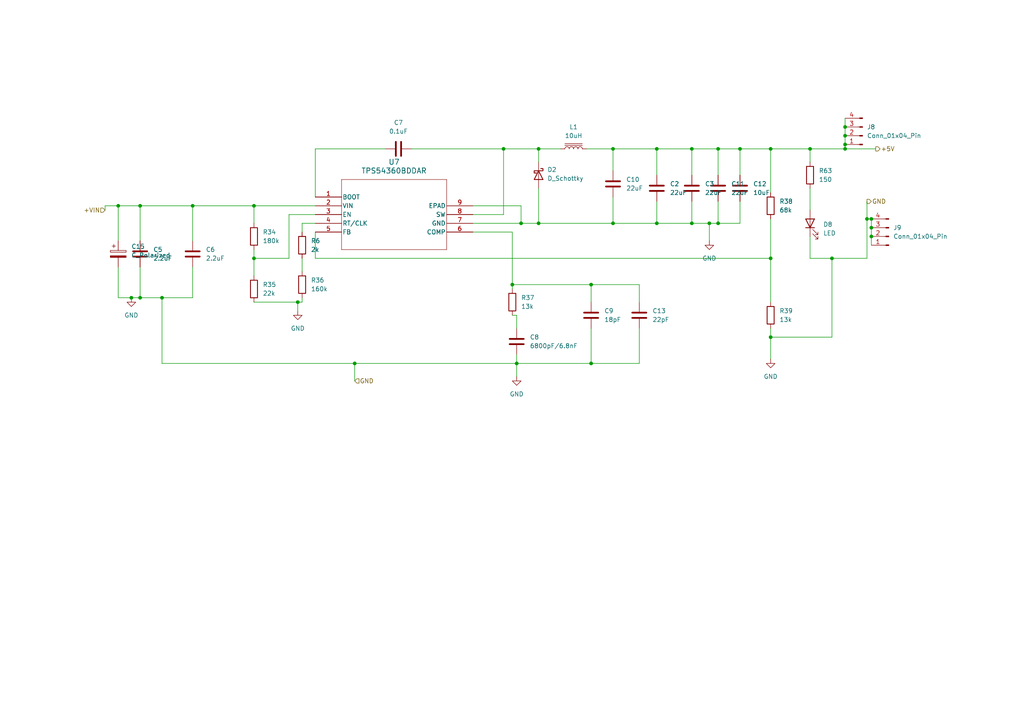
<source format=kicad_sch>
(kicad_sch
	(version 20231120)
	(generator "eeschema")
	(generator_version "8.0")
	(uuid "cf76cb5c-d95c-4927-b545-e6fe714f5abd")
	(paper "A4")
	(lib_symbols
		(symbol "2024-05-24_18-24-32:TPS54360BDDAR"
			(pin_names
				(offset 0.254)
			)
			(exclude_from_sim no)
			(in_bom yes)
			(on_board yes)
			(property "Reference" "U"
				(at 22.86 10.16 0)
				(effects
					(font
						(size 1.524 1.524)
					)
				)
			)
			(property "Value" "TPS54360BDDAR"
				(at 22.86 7.62 0)
				(effects
					(font
						(size 1.524 1.524)
					)
				)
			)
			(property "Footprint" "U_DDA_TEX"
				(at 0 0 0)
				(effects
					(font
						(size 1.27 1.27)
						(italic yes)
					)
					(hide yes)
				)
			)
			(property "Datasheet" "TPS54360BDDAR"
				(at 0 0 0)
				(effects
					(font
						(size 1.27 1.27)
						(italic yes)
					)
					(hide yes)
				)
			)
			(property "Description" ""
				(at 0 0 0)
				(effects
					(font
						(size 1.27 1.27)
					)
					(hide yes)
				)
			)
			(property "ki_locked" ""
				(at 0 0 0)
				(effects
					(font
						(size 1.27 1.27)
					)
				)
			)
			(property "ki_keywords" "TPS54360BDDAR"
				(at 0 0 0)
				(effects
					(font
						(size 1.27 1.27)
					)
					(hide yes)
				)
			)
			(property "ki_fp_filters" "U_DDA_TEX U_DDA_TEX-M U_DDA_TEX-L"
				(at 0 0 0)
				(effects
					(font
						(size 1.27 1.27)
					)
					(hide yes)
				)
			)
			(symbol "TPS54360BDDAR_0_1"
				(polyline
					(pts
						(xy 7.62 -15.24) (xy 38.1 -15.24)
					)
					(stroke
						(width 0.127)
						(type default)
					)
					(fill
						(type none)
					)
				)
				(polyline
					(pts
						(xy 7.62 5.08) (xy 7.62 -15.24)
					)
					(stroke
						(width 0.127)
						(type default)
					)
					(fill
						(type none)
					)
				)
				(polyline
					(pts
						(xy 38.1 -15.24) (xy 38.1 5.08)
					)
					(stroke
						(width 0.127)
						(type default)
					)
					(fill
						(type none)
					)
				)
				(polyline
					(pts
						(xy 38.1 5.08) (xy 7.62 5.08)
					)
					(stroke
						(width 0.127)
						(type default)
					)
					(fill
						(type none)
					)
				)
				(pin output line
					(at 0 0 0)
					(length 7.62)
					(name "BOOT"
						(effects
							(font
								(size 1.27 1.27)
							)
						)
					)
					(number "1"
						(effects
							(font
								(size 1.27 1.27)
							)
						)
					)
				)
				(pin power_in line
					(at 0 -2.54 0)
					(length 7.62)
					(name "VIN"
						(effects
							(font
								(size 1.27 1.27)
							)
						)
					)
					(number "2"
						(effects
							(font
								(size 1.27 1.27)
							)
						)
					)
				)
				(pin input line
					(at 0 -5.08 0)
					(length 7.62)
					(name "EN"
						(effects
							(font
								(size 1.27 1.27)
							)
						)
					)
					(number "3"
						(effects
							(font
								(size 1.27 1.27)
							)
						)
					)
				)
				(pin input line
					(at 0 -7.62 0)
					(length 7.62)
					(name "RT/CLK"
						(effects
							(font
								(size 1.27 1.27)
							)
						)
					)
					(number "4"
						(effects
							(font
								(size 1.27 1.27)
							)
						)
					)
				)
				(pin input line
					(at 0 -10.16 0)
					(length 7.62)
					(name "FB"
						(effects
							(font
								(size 1.27 1.27)
							)
						)
					)
					(number "5"
						(effects
							(font
								(size 1.27 1.27)
							)
						)
					)
				)
				(pin output line
					(at 45.72 -10.16 180)
					(length 7.62)
					(name "COMP"
						(effects
							(font
								(size 1.27 1.27)
							)
						)
					)
					(number "6"
						(effects
							(font
								(size 1.27 1.27)
							)
						)
					)
				)
				(pin power_out line
					(at 45.72 -7.62 180)
					(length 7.62)
					(name "GND"
						(effects
							(font
								(size 1.27 1.27)
							)
						)
					)
					(number "7"
						(effects
							(font
								(size 1.27 1.27)
							)
						)
					)
				)
				(pin input line
					(at 45.72 -5.08 180)
					(length 7.62)
					(name "SW"
						(effects
							(font
								(size 1.27 1.27)
							)
						)
					)
					(number "8"
						(effects
							(font
								(size 1.27 1.27)
							)
						)
					)
				)
				(pin power_out line
					(at 45.72 -2.54 180)
					(length 7.62)
					(name "EPAD"
						(effects
							(font
								(size 1.27 1.27)
							)
						)
					)
					(number "9"
						(effects
							(font
								(size 1.27 1.27)
							)
						)
					)
				)
			)
		)
		(symbol "Connector:Conn_01x04_Pin"
			(pin_names
				(offset 1.016) hide)
			(exclude_from_sim no)
			(in_bom yes)
			(on_board yes)
			(property "Reference" "J"
				(at 0 5.08 0)
				(effects
					(font
						(size 1.27 1.27)
					)
				)
			)
			(property "Value" "Conn_01x04_Pin"
				(at 0 -7.62 0)
				(effects
					(font
						(size 1.27 1.27)
					)
				)
			)
			(property "Footprint" ""
				(at 0 0 0)
				(effects
					(font
						(size 1.27 1.27)
					)
					(hide yes)
				)
			)
			(property "Datasheet" "~"
				(at 0 0 0)
				(effects
					(font
						(size 1.27 1.27)
					)
					(hide yes)
				)
			)
			(property "Description" "Generic connector, single row, 01x04, script generated"
				(at 0 0 0)
				(effects
					(font
						(size 1.27 1.27)
					)
					(hide yes)
				)
			)
			(property "ki_locked" ""
				(at 0 0 0)
				(effects
					(font
						(size 1.27 1.27)
					)
				)
			)
			(property "ki_keywords" "connector"
				(at 0 0 0)
				(effects
					(font
						(size 1.27 1.27)
					)
					(hide yes)
				)
			)
			(property "ki_fp_filters" "Connector*:*_1x??_*"
				(at 0 0 0)
				(effects
					(font
						(size 1.27 1.27)
					)
					(hide yes)
				)
			)
			(symbol "Conn_01x04_Pin_1_1"
				(polyline
					(pts
						(xy 1.27 -5.08) (xy 0.8636 -5.08)
					)
					(stroke
						(width 0.1524)
						(type default)
					)
					(fill
						(type none)
					)
				)
				(polyline
					(pts
						(xy 1.27 -2.54) (xy 0.8636 -2.54)
					)
					(stroke
						(width 0.1524)
						(type default)
					)
					(fill
						(type none)
					)
				)
				(polyline
					(pts
						(xy 1.27 0) (xy 0.8636 0)
					)
					(stroke
						(width 0.1524)
						(type default)
					)
					(fill
						(type none)
					)
				)
				(polyline
					(pts
						(xy 1.27 2.54) (xy 0.8636 2.54)
					)
					(stroke
						(width 0.1524)
						(type default)
					)
					(fill
						(type none)
					)
				)
				(rectangle
					(start 0.8636 -4.953)
					(end 0 -5.207)
					(stroke
						(width 0.1524)
						(type default)
					)
					(fill
						(type outline)
					)
				)
				(rectangle
					(start 0.8636 -2.413)
					(end 0 -2.667)
					(stroke
						(width 0.1524)
						(type default)
					)
					(fill
						(type outline)
					)
				)
				(rectangle
					(start 0.8636 0.127)
					(end 0 -0.127)
					(stroke
						(width 0.1524)
						(type default)
					)
					(fill
						(type outline)
					)
				)
				(rectangle
					(start 0.8636 2.667)
					(end 0 2.413)
					(stroke
						(width 0.1524)
						(type default)
					)
					(fill
						(type outline)
					)
				)
				(pin passive line
					(at 5.08 2.54 180)
					(length 3.81)
					(name "Pin_1"
						(effects
							(font
								(size 1.27 1.27)
							)
						)
					)
					(number "1"
						(effects
							(font
								(size 1.27 1.27)
							)
						)
					)
				)
				(pin passive line
					(at 5.08 0 180)
					(length 3.81)
					(name "Pin_2"
						(effects
							(font
								(size 1.27 1.27)
							)
						)
					)
					(number "2"
						(effects
							(font
								(size 1.27 1.27)
							)
						)
					)
				)
				(pin passive line
					(at 5.08 -2.54 180)
					(length 3.81)
					(name "Pin_3"
						(effects
							(font
								(size 1.27 1.27)
							)
						)
					)
					(number "3"
						(effects
							(font
								(size 1.27 1.27)
							)
						)
					)
				)
				(pin passive line
					(at 5.08 -5.08 180)
					(length 3.81)
					(name "Pin_4"
						(effects
							(font
								(size 1.27 1.27)
							)
						)
					)
					(number "4"
						(effects
							(font
								(size 1.27 1.27)
							)
						)
					)
				)
			)
		)
		(symbol "Device:C"
			(pin_numbers hide)
			(pin_names
				(offset 0.254)
			)
			(exclude_from_sim no)
			(in_bom yes)
			(on_board yes)
			(property "Reference" "C"
				(at 0.635 2.54 0)
				(effects
					(font
						(size 1.27 1.27)
					)
					(justify left)
				)
			)
			(property "Value" "C"
				(at 0.635 -2.54 0)
				(effects
					(font
						(size 1.27 1.27)
					)
					(justify left)
				)
			)
			(property "Footprint" ""
				(at 0.9652 -3.81 0)
				(effects
					(font
						(size 1.27 1.27)
					)
					(hide yes)
				)
			)
			(property "Datasheet" "~"
				(at 0 0 0)
				(effects
					(font
						(size 1.27 1.27)
					)
					(hide yes)
				)
			)
			(property "Description" "Unpolarized capacitor"
				(at 0 0 0)
				(effects
					(font
						(size 1.27 1.27)
					)
					(hide yes)
				)
			)
			(property "ki_keywords" "cap capacitor"
				(at 0 0 0)
				(effects
					(font
						(size 1.27 1.27)
					)
					(hide yes)
				)
			)
			(property "ki_fp_filters" "C_*"
				(at 0 0 0)
				(effects
					(font
						(size 1.27 1.27)
					)
					(hide yes)
				)
			)
			(symbol "C_0_1"
				(polyline
					(pts
						(xy -2.032 -0.762) (xy 2.032 -0.762)
					)
					(stroke
						(width 0.508)
						(type default)
					)
					(fill
						(type none)
					)
				)
				(polyline
					(pts
						(xy -2.032 0.762) (xy 2.032 0.762)
					)
					(stroke
						(width 0.508)
						(type default)
					)
					(fill
						(type none)
					)
				)
			)
			(symbol "C_1_1"
				(pin passive line
					(at 0 3.81 270)
					(length 2.794)
					(name "~"
						(effects
							(font
								(size 1.27 1.27)
							)
						)
					)
					(number "1"
						(effects
							(font
								(size 1.27 1.27)
							)
						)
					)
				)
				(pin passive line
					(at 0 -3.81 90)
					(length 2.794)
					(name "~"
						(effects
							(font
								(size 1.27 1.27)
							)
						)
					)
					(number "2"
						(effects
							(font
								(size 1.27 1.27)
							)
						)
					)
				)
			)
		)
		(symbol "Device:C_Polarized"
			(pin_numbers hide)
			(pin_names
				(offset 0.254)
			)
			(exclude_from_sim no)
			(in_bom yes)
			(on_board yes)
			(property "Reference" "C"
				(at 0.635 2.54 0)
				(effects
					(font
						(size 1.27 1.27)
					)
					(justify left)
				)
			)
			(property "Value" "C_Polarized"
				(at 0.635 -2.54 0)
				(effects
					(font
						(size 1.27 1.27)
					)
					(justify left)
				)
			)
			(property "Footprint" ""
				(at 0.9652 -3.81 0)
				(effects
					(font
						(size 1.27 1.27)
					)
					(hide yes)
				)
			)
			(property "Datasheet" "~"
				(at 0 0 0)
				(effects
					(font
						(size 1.27 1.27)
					)
					(hide yes)
				)
			)
			(property "Description" "Polarized capacitor"
				(at 0 0 0)
				(effects
					(font
						(size 1.27 1.27)
					)
					(hide yes)
				)
			)
			(property "ki_keywords" "cap capacitor"
				(at 0 0 0)
				(effects
					(font
						(size 1.27 1.27)
					)
					(hide yes)
				)
			)
			(property "ki_fp_filters" "CP_*"
				(at 0 0 0)
				(effects
					(font
						(size 1.27 1.27)
					)
					(hide yes)
				)
			)
			(symbol "C_Polarized_0_1"
				(rectangle
					(start -2.286 0.508)
					(end 2.286 1.016)
					(stroke
						(width 0)
						(type default)
					)
					(fill
						(type none)
					)
				)
				(polyline
					(pts
						(xy -1.778 2.286) (xy -0.762 2.286)
					)
					(stroke
						(width 0)
						(type default)
					)
					(fill
						(type none)
					)
				)
				(polyline
					(pts
						(xy -1.27 2.794) (xy -1.27 1.778)
					)
					(stroke
						(width 0)
						(type default)
					)
					(fill
						(type none)
					)
				)
				(rectangle
					(start 2.286 -0.508)
					(end -2.286 -1.016)
					(stroke
						(width 0)
						(type default)
					)
					(fill
						(type outline)
					)
				)
			)
			(symbol "C_Polarized_1_1"
				(pin passive line
					(at 0 3.81 270)
					(length 2.794)
					(name "~"
						(effects
							(font
								(size 1.27 1.27)
							)
						)
					)
					(number "1"
						(effects
							(font
								(size 1.27 1.27)
							)
						)
					)
				)
				(pin passive line
					(at 0 -3.81 90)
					(length 2.794)
					(name "~"
						(effects
							(font
								(size 1.27 1.27)
							)
						)
					)
					(number "2"
						(effects
							(font
								(size 1.27 1.27)
							)
						)
					)
				)
			)
		)
		(symbol "Device:D_Schottky"
			(pin_numbers hide)
			(pin_names
				(offset 1.016) hide)
			(exclude_from_sim no)
			(in_bom yes)
			(on_board yes)
			(property "Reference" "D"
				(at 0 2.54 0)
				(effects
					(font
						(size 1.27 1.27)
					)
				)
			)
			(property "Value" "D_Schottky"
				(at 0 -2.54 0)
				(effects
					(font
						(size 1.27 1.27)
					)
				)
			)
			(property "Footprint" ""
				(at 0 0 0)
				(effects
					(font
						(size 1.27 1.27)
					)
					(hide yes)
				)
			)
			(property "Datasheet" "~"
				(at 0 0 0)
				(effects
					(font
						(size 1.27 1.27)
					)
					(hide yes)
				)
			)
			(property "Description" "Schottky diode"
				(at 0 0 0)
				(effects
					(font
						(size 1.27 1.27)
					)
					(hide yes)
				)
			)
			(property "ki_keywords" "diode Schottky"
				(at 0 0 0)
				(effects
					(font
						(size 1.27 1.27)
					)
					(hide yes)
				)
			)
			(property "ki_fp_filters" "TO-???* *_Diode_* *SingleDiode* D_*"
				(at 0 0 0)
				(effects
					(font
						(size 1.27 1.27)
					)
					(hide yes)
				)
			)
			(symbol "D_Schottky_0_1"
				(polyline
					(pts
						(xy 1.27 0) (xy -1.27 0)
					)
					(stroke
						(width 0)
						(type default)
					)
					(fill
						(type none)
					)
				)
				(polyline
					(pts
						(xy 1.27 1.27) (xy 1.27 -1.27) (xy -1.27 0) (xy 1.27 1.27)
					)
					(stroke
						(width 0.254)
						(type default)
					)
					(fill
						(type none)
					)
				)
				(polyline
					(pts
						(xy -1.905 0.635) (xy -1.905 1.27) (xy -1.27 1.27) (xy -1.27 -1.27) (xy -0.635 -1.27) (xy -0.635 -0.635)
					)
					(stroke
						(width 0.254)
						(type default)
					)
					(fill
						(type none)
					)
				)
			)
			(symbol "D_Schottky_1_1"
				(pin passive line
					(at -3.81 0 0)
					(length 2.54)
					(name "K"
						(effects
							(font
								(size 1.27 1.27)
							)
						)
					)
					(number "1"
						(effects
							(font
								(size 1.27 1.27)
							)
						)
					)
				)
				(pin passive line
					(at 3.81 0 180)
					(length 2.54)
					(name "A"
						(effects
							(font
								(size 1.27 1.27)
							)
						)
					)
					(number "2"
						(effects
							(font
								(size 1.27 1.27)
							)
						)
					)
				)
			)
		)
		(symbol "Device:LED"
			(pin_numbers hide)
			(pin_names
				(offset 1.016) hide)
			(exclude_from_sim no)
			(in_bom yes)
			(on_board yes)
			(property "Reference" "D"
				(at 0 2.54 0)
				(effects
					(font
						(size 1.27 1.27)
					)
				)
			)
			(property "Value" "LED"
				(at 0 -2.54 0)
				(effects
					(font
						(size 1.27 1.27)
					)
				)
			)
			(property "Footprint" ""
				(at 0 0 0)
				(effects
					(font
						(size 1.27 1.27)
					)
					(hide yes)
				)
			)
			(property "Datasheet" "~"
				(at 0 0 0)
				(effects
					(font
						(size 1.27 1.27)
					)
					(hide yes)
				)
			)
			(property "Description" "Light emitting diode"
				(at 0 0 0)
				(effects
					(font
						(size 1.27 1.27)
					)
					(hide yes)
				)
			)
			(property "ki_keywords" "LED diode"
				(at 0 0 0)
				(effects
					(font
						(size 1.27 1.27)
					)
					(hide yes)
				)
			)
			(property "ki_fp_filters" "LED* LED_SMD:* LED_THT:*"
				(at 0 0 0)
				(effects
					(font
						(size 1.27 1.27)
					)
					(hide yes)
				)
			)
			(symbol "LED_0_1"
				(polyline
					(pts
						(xy -1.27 -1.27) (xy -1.27 1.27)
					)
					(stroke
						(width 0.254)
						(type default)
					)
					(fill
						(type none)
					)
				)
				(polyline
					(pts
						(xy -1.27 0) (xy 1.27 0)
					)
					(stroke
						(width 0)
						(type default)
					)
					(fill
						(type none)
					)
				)
				(polyline
					(pts
						(xy 1.27 -1.27) (xy 1.27 1.27) (xy -1.27 0) (xy 1.27 -1.27)
					)
					(stroke
						(width 0.254)
						(type default)
					)
					(fill
						(type none)
					)
				)
				(polyline
					(pts
						(xy -3.048 -0.762) (xy -4.572 -2.286) (xy -3.81 -2.286) (xy -4.572 -2.286) (xy -4.572 -1.524)
					)
					(stroke
						(width 0)
						(type default)
					)
					(fill
						(type none)
					)
				)
				(polyline
					(pts
						(xy -1.778 -0.762) (xy -3.302 -2.286) (xy -2.54 -2.286) (xy -3.302 -2.286) (xy -3.302 -1.524)
					)
					(stroke
						(width 0)
						(type default)
					)
					(fill
						(type none)
					)
				)
			)
			(symbol "LED_1_1"
				(pin passive line
					(at -3.81 0 0)
					(length 2.54)
					(name "K"
						(effects
							(font
								(size 1.27 1.27)
							)
						)
					)
					(number "1"
						(effects
							(font
								(size 1.27 1.27)
							)
						)
					)
				)
				(pin passive line
					(at 3.81 0 180)
					(length 2.54)
					(name "A"
						(effects
							(font
								(size 1.27 1.27)
							)
						)
					)
					(number "2"
						(effects
							(font
								(size 1.27 1.27)
							)
						)
					)
				)
			)
		)
		(symbol "Device:L_Iron"
			(pin_numbers hide)
			(pin_names
				(offset 1.016) hide)
			(exclude_from_sim no)
			(in_bom yes)
			(on_board yes)
			(property "Reference" "L"
				(at -1.27 0 90)
				(effects
					(font
						(size 1.27 1.27)
					)
				)
			)
			(property "Value" "L_Iron"
				(at 2.794 0 90)
				(effects
					(font
						(size 1.27 1.27)
					)
				)
			)
			(property "Footprint" ""
				(at 0 0 0)
				(effects
					(font
						(size 1.27 1.27)
					)
					(hide yes)
				)
			)
			(property "Datasheet" "~"
				(at 0 0 0)
				(effects
					(font
						(size 1.27 1.27)
					)
					(hide yes)
				)
			)
			(property "Description" "Inductor with iron core"
				(at 0 0 0)
				(effects
					(font
						(size 1.27 1.27)
					)
					(hide yes)
				)
			)
			(property "ki_keywords" "inductor choke coil reactor magnetic"
				(at 0 0 0)
				(effects
					(font
						(size 1.27 1.27)
					)
					(hide yes)
				)
			)
			(property "ki_fp_filters" "Choke_* *Coil* Inductor_* L_*"
				(at 0 0 0)
				(effects
					(font
						(size 1.27 1.27)
					)
					(hide yes)
				)
			)
			(symbol "L_Iron_0_1"
				(arc
					(start 0 -2.54)
					(mid 0.6323 -1.905)
					(end 0 -1.27)
					(stroke
						(width 0)
						(type default)
					)
					(fill
						(type none)
					)
				)
				(arc
					(start 0 -1.27)
					(mid 0.6323 -0.635)
					(end 0 0)
					(stroke
						(width 0)
						(type default)
					)
					(fill
						(type none)
					)
				)
				(polyline
					(pts
						(xy 1.016 2.54) (xy 1.016 -2.54)
					)
					(stroke
						(width 0)
						(type default)
					)
					(fill
						(type none)
					)
				)
				(polyline
					(pts
						(xy 1.524 -2.54) (xy 1.524 2.54)
					)
					(stroke
						(width 0)
						(type default)
					)
					(fill
						(type none)
					)
				)
				(arc
					(start 0 0)
					(mid 0.6323 0.635)
					(end 0 1.27)
					(stroke
						(width 0)
						(type default)
					)
					(fill
						(type none)
					)
				)
				(arc
					(start 0 1.27)
					(mid 0.6323 1.905)
					(end 0 2.54)
					(stroke
						(width 0)
						(type default)
					)
					(fill
						(type none)
					)
				)
			)
			(symbol "L_Iron_1_1"
				(pin passive line
					(at 0 3.81 270)
					(length 1.27)
					(name "1"
						(effects
							(font
								(size 1.27 1.27)
							)
						)
					)
					(number "1"
						(effects
							(font
								(size 1.27 1.27)
							)
						)
					)
				)
				(pin passive line
					(at 0 -3.81 90)
					(length 1.27)
					(name "2"
						(effects
							(font
								(size 1.27 1.27)
							)
						)
					)
					(number "2"
						(effects
							(font
								(size 1.27 1.27)
							)
						)
					)
				)
			)
		)
		(symbol "Device:R"
			(pin_numbers hide)
			(pin_names
				(offset 0)
			)
			(exclude_from_sim no)
			(in_bom yes)
			(on_board yes)
			(property "Reference" "R"
				(at 2.032 0 90)
				(effects
					(font
						(size 1.27 1.27)
					)
				)
			)
			(property "Value" "R"
				(at 0 0 90)
				(effects
					(font
						(size 1.27 1.27)
					)
				)
			)
			(property "Footprint" ""
				(at -1.778 0 90)
				(effects
					(font
						(size 1.27 1.27)
					)
					(hide yes)
				)
			)
			(property "Datasheet" "~"
				(at 0 0 0)
				(effects
					(font
						(size 1.27 1.27)
					)
					(hide yes)
				)
			)
			(property "Description" "Resistor"
				(at 0 0 0)
				(effects
					(font
						(size 1.27 1.27)
					)
					(hide yes)
				)
			)
			(property "ki_keywords" "R res resistor"
				(at 0 0 0)
				(effects
					(font
						(size 1.27 1.27)
					)
					(hide yes)
				)
			)
			(property "ki_fp_filters" "R_*"
				(at 0 0 0)
				(effects
					(font
						(size 1.27 1.27)
					)
					(hide yes)
				)
			)
			(symbol "R_0_1"
				(rectangle
					(start -1.016 -2.54)
					(end 1.016 2.54)
					(stroke
						(width 0.254)
						(type default)
					)
					(fill
						(type none)
					)
				)
			)
			(symbol "R_1_1"
				(pin passive line
					(at 0 3.81 270)
					(length 1.27)
					(name "~"
						(effects
							(font
								(size 1.27 1.27)
							)
						)
					)
					(number "1"
						(effects
							(font
								(size 1.27 1.27)
							)
						)
					)
				)
				(pin passive line
					(at 0 -3.81 90)
					(length 1.27)
					(name "~"
						(effects
							(font
								(size 1.27 1.27)
							)
						)
					)
					(number "2"
						(effects
							(font
								(size 1.27 1.27)
							)
						)
					)
				)
			)
		)
		(symbol "power:GND"
			(power)
			(pin_numbers hide)
			(pin_names
				(offset 0) hide)
			(exclude_from_sim no)
			(in_bom yes)
			(on_board yes)
			(property "Reference" "#PWR"
				(at 0 -6.35 0)
				(effects
					(font
						(size 1.27 1.27)
					)
					(hide yes)
				)
			)
			(property "Value" "GND"
				(at 0 -3.81 0)
				(effects
					(font
						(size 1.27 1.27)
					)
				)
			)
			(property "Footprint" ""
				(at 0 0 0)
				(effects
					(font
						(size 1.27 1.27)
					)
					(hide yes)
				)
			)
			(property "Datasheet" ""
				(at 0 0 0)
				(effects
					(font
						(size 1.27 1.27)
					)
					(hide yes)
				)
			)
			(property "Description" "Power symbol creates a global label with name \"GND\" , ground"
				(at 0 0 0)
				(effects
					(font
						(size 1.27 1.27)
					)
					(hide yes)
				)
			)
			(property "ki_keywords" "global power"
				(at 0 0 0)
				(effects
					(font
						(size 1.27 1.27)
					)
					(hide yes)
				)
			)
			(symbol "GND_0_1"
				(polyline
					(pts
						(xy 0 0) (xy 0 -1.27) (xy 1.27 -1.27) (xy 0 -2.54) (xy -1.27 -1.27) (xy 0 -1.27)
					)
					(stroke
						(width 0)
						(type default)
					)
					(fill
						(type none)
					)
				)
			)
			(symbol "GND_1_1"
				(pin power_in line
					(at 0 0 270)
					(length 0)
					(name "~"
						(effects
							(font
								(size 1.27 1.27)
							)
						)
					)
					(number "1"
						(effects
							(font
								(size 1.27 1.27)
							)
						)
					)
				)
			)
		)
	)
	(junction
		(at 156.21 43.18)
		(diameter 0)
		(color 0 0 0 0)
		(uuid "08768f15-c239-4aee-8bd5-e3071fc4a4f9")
	)
	(junction
		(at 200.66 43.18)
		(diameter 0)
		(color 0 0 0 0)
		(uuid "090ffb07-5d01-4470-88b9-c188ba6c5ef9")
	)
	(junction
		(at 177.8 64.77)
		(diameter 0)
		(color 0 0 0 0)
		(uuid "129ed238-f594-4c9a-a560-126c6d1a3bf0")
	)
	(junction
		(at 205.74 64.77)
		(diameter 0)
		(color 0 0 0 0)
		(uuid "1ca6b598-edf0-4b0c-8deb-530c258ff5af")
	)
	(junction
		(at 208.28 43.18)
		(diameter 0)
		(color 0 0 0 0)
		(uuid "1deea65c-9ac9-4d3c-8242-7efca79cc8be")
	)
	(junction
		(at 34.29 59.69)
		(diameter 0)
		(color 0 0 0 0)
		(uuid "1ed25e3b-651d-4e59-bf55-64263821eb45")
	)
	(junction
		(at 223.52 97.79)
		(diameter 0)
		(color 0 0 0 0)
		(uuid "243a678d-c8df-4fad-a98f-bcfa9866f4f1")
	)
	(junction
		(at 38.1 86.36)
		(diameter 0)
		(color 0 0 0 0)
		(uuid "2ebafa81-d300-45ff-a3c3-71f99a7f0c41")
	)
	(junction
		(at 252.73 63.5)
		(diameter 0)
		(color 0 0 0 0)
		(uuid "2f3f4bab-09cc-4b6d-ad74-5ee0bd5371a8")
	)
	(junction
		(at 208.28 64.77)
		(diameter 0)
		(color 0 0 0 0)
		(uuid "3366f463-6d14-4401-b213-69f916c53c28")
	)
	(junction
		(at 252.73 68.58)
		(diameter 0)
		(color 0 0 0 0)
		(uuid "3d7a29e3-1192-4cfd-8bae-939f81ec6d0d")
	)
	(junction
		(at 223.52 43.18)
		(diameter 0)
		(color 0 0 0 0)
		(uuid "3de9db85-60a4-4141-aa17-d0a977c05315")
	)
	(junction
		(at 146.05 43.18)
		(diameter 0)
		(color 0 0 0 0)
		(uuid "3ee2339b-626f-494f-900d-f5ad6e7a7d55")
	)
	(junction
		(at 223.52 74.93)
		(diameter 0)
		(color 0 0 0 0)
		(uuid "3f7dabbf-bccf-4eb3-860e-c44439ea8d23")
	)
	(junction
		(at 46.99 86.36)
		(diameter 0)
		(color 0 0 0 0)
		(uuid "45050907-cdae-44b2-a2cb-bf5553450cce")
	)
	(junction
		(at 245.11 36.83)
		(diameter 0)
		(color 0 0 0 0)
		(uuid "46acb3e1-a9fa-4021-84d1-fae04dd92028")
	)
	(junction
		(at 251.46 63.5)
		(diameter 0)
		(color 0 0 0 0)
		(uuid "56967ada-1381-4495-ad3c-8a39a63528d1")
	)
	(junction
		(at 148.59 82.55)
		(diameter 0)
		(color 0 0 0 0)
		(uuid "5c2639f5-8683-4efd-a33a-36a0764d63c9")
	)
	(junction
		(at 234.95 43.18)
		(diameter 0)
		(color 0 0 0 0)
		(uuid "62359174-4fe3-4dbf-be7c-1f66300a2247")
	)
	(junction
		(at 177.8 43.18)
		(diameter 0)
		(color 0 0 0 0)
		(uuid "65ceb024-634c-47db-a4d0-3b29c6da8224")
	)
	(junction
		(at 200.66 64.77)
		(diameter 0)
		(color 0 0 0 0)
		(uuid "77acfda5-0956-4d0f-a319-670ee92b702d")
	)
	(junction
		(at 241.3 74.93)
		(diameter 0)
		(color 0 0 0 0)
		(uuid "88980558-5229-4c2a-a74d-d284ecfe1d8b")
	)
	(junction
		(at 73.66 74.93)
		(diameter 0)
		(color 0 0 0 0)
		(uuid "8ba50352-6d51-4246-acd1-68992dc9f6fe")
	)
	(junction
		(at 149.86 105.41)
		(diameter 0)
		(color 0 0 0 0)
		(uuid "93c1a304-6c97-4c2f-b597-866bec07f048")
	)
	(junction
		(at 151.13 64.77)
		(diameter 0)
		(color 0 0 0 0)
		(uuid "9f2da46b-9e2b-4ef5-b868-047cbeb6af74")
	)
	(junction
		(at 245.11 39.37)
		(diameter 0)
		(color 0 0 0 0)
		(uuid "aa6097be-a266-4e58-a1a4-22b1eef5f6b5")
	)
	(junction
		(at 190.5 64.77)
		(diameter 0)
		(color 0 0 0 0)
		(uuid "ad7277b0-8742-4f8b-9850-efeba4f32757")
	)
	(junction
		(at 102.87 105.41)
		(diameter 0)
		(color 0 0 0 0)
		(uuid "b01a2f17-df52-4deb-9721-3b8a8bf6b63c")
	)
	(junction
		(at 40.64 86.36)
		(diameter 0)
		(color 0 0 0 0)
		(uuid "b621f4b9-debb-4ac3-9892-b46d76d09f09")
	)
	(junction
		(at 252.73 66.04)
		(diameter 0)
		(color 0 0 0 0)
		(uuid "b7123396-7d4c-49d1-877c-30b4fda206db")
	)
	(junction
		(at 190.5 43.18)
		(diameter 0)
		(color 0 0 0 0)
		(uuid "c2163af2-4e22-4503-b622-3cda0218c3a4")
	)
	(junction
		(at 245.11 43.18)
		(diameter 0)
		(color 0 0 0 0)
		(uuid "c3c85114-fa00-49aa-82f0-8befc8d18abe")
	)
	(junction
		(at 245.11 41.91)
		(diameter 0)
		(color 0 0 0 0)
		(uuid "cd5c0134-faf9-4d2b-9e0a-9b49b1005fcf")
	)
	(junction
		(at 40.64 59.69)
		(diameter 0)
		(color 0 0 0 0)
		(uuid "cf99d8f9-d25d-4492-a517-5542fa6cd64e")
	)
	(junction
		(at 73.66 59.69)
		(diameter 0)
		(color 0 0 0 0)
		(uuid "d40da323-d767-483d-be1b-abb0bdaa160b")
	)
	(junction
		(at 171.45 82.55)
		(diameter 0)
		(color 0 0 0 0)
		(uuid "daaa6ff0-bdb8-4f7d-9160-7cc20095f9dc")
	)
	(junction
		(at 214.63 43.18)
		(diameter 0)
		(color 0 0 0 0)
		(uuid "db951fbe-8e20-4f26-9701-d9285edc86ce")
	)
	(junction
		(at 156.21 64.77)
		(diameter 0)
		(color 0 0 0 0)
		(uuid "ddb224d6-f86b-4673-ab7f-7b3a9053b301")
	)
	(junction
		(at 55.88 59.69)
		(diameter 0)
		(color 0 0 0 0)
		(uuid "f945020f-5255-4144-a22c-cdb748804aa8")
	)
	(junction
		(at 86.36 87.63)
		(diameter 0)
		(color 0 0 0 0)
		(uuid "fb6c2e6e-9e2f-4eba-b435-7df6641f97fe")
	)
	(junction
		(at 171.45 105.41)
		(diameter 0)
		(color 0 0 0 0)
		(uuid "fbc30d53-1835-4384-9dc3-7341f598c55b")
	)
	(wire
		(pts
			(xy 223.52 104.14) (xy 223.52 97.79)
		)
		(stroke
			(width 0)
			(type default)
		)
		(uuid "00d88f76-d7ac-43e9-b130-094fa814c7c6")
	)
	(wire
		(pts
			(xy 252.73 63.5) (xy 251.46 63.5)
		)
		(stroke
			(width 0)
			(type default)
		)
		(uuid "05846ec9-d4cb-47a7-8934-4b105b4a507f")
	)
	(wire
		(pts
			(xy 234.95 43.18) (xy 245.11 43.18)
		)
		(stroke
			(width 0)
			(type default)
		)
		(uuid "09c30480-117e-4941-a990-10cadad7a965")
	)
	(wire
		(pts
			(xy 148.59 82.55) (xy 148.59 67.31)
		)
		(stroke
			(width 0)
			(type default)
		)
		(uuid "0ba5c373-48cc-4272-8e29-656ffc081667")
	)
	(wire
		(pts
			(xy 73.66 72.39) (xy 73.66 74.93)
		)
		(stroke
			(width 0)
			(type default)
		)
		(uuid "0db8c101-a5e2-4965-86a8-baac98f0f9a9")
	)
	(wire
		(pts
			(xy 234.95 74.93) (xy 241.3 74.93)
		)
		(stroke
			(width 0)
			(type default)
		)
		(uuid "11934d8e-3522-48c3-ba52-d26960393875")
	)
	(wire
		(pts
			(xy 34.29 59.69) (xy 34.29 69.85)
		)
		(stroke
			(width 0)
			(type default)
		)
		(uuid "1368487a-4948-4fdd-9c37-d09ec2ee5102")
	)
	(wire
		(pts
			(xy 156.21 64.77) (xy 156.21 54.61)
		)
		(stroke
			(width 0)
			(type default)
		)
		(uuid "1666cf0e-6e64-4d64-814b-e37770ab0d61")
	)
	(wire
		(pts
			(xy 185.42 105.41) (xy 171.45 105.41)
		)
		(stroke
			(width 0)
			(type default)
		)
		(uuid "1816186d-e883-4adc-8a75-f369c329b91b")
	)
	(wire
		(pts
			(xy 55.88 86.36) (xy 46.99 86.36)
		)
		(stroke
			(width 0)
			(type default)
		)
		(uuid "1b17aed1-7e95-4529-ae42-ed4d05ad5b47")
	)
	(wire
		(pts
			(xy 38.1 86.36) (xy 34.29 86.36)
		)
		(stroke
			(width 0)
			(type default)
		)
		(uuid "1d9a11eb-94f1-4790-af79-087c452aa1c6")
	)
	(wire
		(pts
			(xy 91.44 74.93) (xy 223.52 74.93)
		)
		(stroke
			(width 0)
			(type default)
		)
		(uuid "1e524855-879a-494e-9328-6bb3142a0c63")
	)
	(wire
		(pts
			(xy 146.05 62.23) (xy 146.05 43.18)
		)
		(stroke
			(width 0)
			(type default)
		)
		(uuid "1f347e06-8578-4b3b-98cb-50d2c536d0c0")
	)
	(wire
		(pts
			(xy 73.66 87.63) (xy 86.36 87.63)
		)
		(stroke
			(width 0)
			(type default)
		)
		(uuid "21971e9d-1332-4aa9-902b-8130b785f7e0")
	)
	(wire
		(pts
			(xy 34.29 59.69) (xy 30.48 59.69)
		)
		(stroke
			(width 0)
			(type default)
		)
		(uuid "21ce3979-721a-4a62-a427-26f34039aa61")
	)
	(wire
		(pts
			(xy 73.66 74.93) (xy 83.82 74.93)
		)
		(stroke
			(width 0)
			(type default)
		)
		(uuid "220bbf95-4192-40e2-b67d-45f6f935d7af")
	)
	(wire
		(pts
			(xy 91.44 57.15) (xy 91.44 43.18)
		)
		(stroke
			(width 0)
			(type default)
		)
		(uuid "222ad68a-6381-47ee-b836-01389058b851")
	)
	(wire
		(pts
			(xy 251.46 74.93) (xy 251.46 63.5)
		)
		(stroke
			(width 0)
			(type default)
		)
		(uuid "228a2631-a85b-4870-80b2-54fde988c9e9")
	)
	(wire
		(pts
			(xy 200.66 64.77) (xy 205.74 64.77)
		)
		(stroke
			(width 0)
			(type default)
		)
		(uuid "2328d4d5-1f1d-49e8-b779-9f4b7b39ae69")
	)
	(wire
		(pts
			(xy 148.59 83.82) (xy 148.59 82.55)
		)
		(stroke
			(width 0)
			(type default)
		)
		(uuid "2336ed47-ba8d-40aa-bf8b-48b2dd4f668d")
	)
	(wire
		(pts
			(xy 83.82 62.23) (xy 91.44 62.23)
		)
		(stroke
			(width 0)
			(type default)
		)
		(uuid "23b0f775-4955-441f-9a35-3215fcc414b3")
	)
	(wire
		(pts
			(xy 40.64 86.36) (xy 38.1 86.36)
		)
		(stroke
			(width 0)
			(type default)
		)
		(uuid "2edbf4d6-23ed-448d-98e9-8fbe65f86d36")
	)
	(wire
		(pts
			(xy 156.21 64.77) (xy 177.8 64.77)
		)
		(stroke
			(width 0)
			(type default)
		)
		(uuid "2fd66e66-dfe6-43ce-b482-0470247d0313")
	)
	(wire
		(pts
			(xy 171.45 82.55) (xy 171.45 87.63)
		)
		(stroke
			(width 0)
			(type default)
		)
		(uuid "2feea061-f481-4767-9557-c26de34dd6fd")
	)
	(wire
		(pts
			(xy 214.63 64.77) (xy 214.63 58.42)
		)
		(stroke
			(width 0)
			(type default)
		)
		(uuid "31cde4c0-edd9-4faf-95d1-869df6d6d64a")
	)
	(wire
		(pts
			(xy 137.16 62.23) (xy 146.05 62.23)
		)
		(stroke
			(width 0)
			(type default)
		)
		(uuid "34123c09-d826-404a-8a1f-53f420de5c82")
	)
	(wire
		(pts
			(xy 245.11 34.29) (xy 245.11 36.83)
		)
		(stroke
			(width 0)
			(type default)
		)
		(uuid "3449f215-142e-42d4-9a66-a2d48a4c4d96")
	)
	(wire
		(pts
			(xy 137.16 64.77) (xy 151.13 64.77)
		)
		(stroke
			(width 0)
			(type default)
		)
		(uuid "383082a7-082c-49c8-872e-5cf5fb377c16")
	)
	(wire
		(pts
			(xy 200.66 43.18) (xy 200.66 50.8)
		)
		(stroke
			(width 0)
			(type default)
		)
		(uuid "38642493-5fc3-40f7-a763-26022ca54334")
	)
	(wire
		(pts
			(xy 223.52 97.79) (xy 241.3 97.79)
		)
		(stroke
			(width 0)
			(type default)
		)
		(uuid "3c61fa80-e64e-44e0-9cd5-4a7e5b71765d")
	)
	(wire
		(pts
			(xy 208.28 43.18) (xy 208.28 50.8)
		)
		(stroke
			(width 0)
			(type default)
		)
		(uuid "3ffa1a56-da25-4ccc-a6ea-106c5f3c6f21")
	)
	(wire
		(pts
			(xy 102.87 105.41) (xy 149.86 105.41)
		)
		(stroke
			(width 0)
			(type default)
		)
		(uuid "43c0f669-f2a3-4766-95d5-47e9574ef2a2")
	)
	(wire
		(pts
			(xy 40.64 59.69) (xy 40.64 69.85)
		)
		(stroke
			(width 0)
			(type default)
		)
		(uuid "43d3eb7b-29d4-4249-b690-f6cefc2fb50f")
	)
	(wire
		(pts
			(xy 46.99 105.41) (xy 102.87 105.41)
		)
		(stroke
			(width 0)
			(type default)
		)
		(uuid "43e45d2a-4e75-485f-ab35-b89c758ce1cf")
	)
	(wire
		(pts
			(xy 177.8 57.15) (xy 177.8 64.77)
		)
		(stroke
			(width 0)
			(type default)
		)
		(uuid "497c7ed5-8c10-4d34-b1a7-994f3a868a9b")
	)
	(wire
		(pts
			(xy 214.63 43.18) (xy 214.63 50.8)
		)
		(stroke
			(width 0)
			(type default)
		)
		(uuid "4b35b529-a549-4960-9658-92f0c8a46ff1")
	)
	(wire
		(pts
			(xy 223.52 63.5) (xy 223.52 74.93)
		)
		(stroke
			(width 0)
			(type default)
		)
		(uuid "4c602bfc-0d6e-4c1f-9c06-b67b30dec153")
	)
	(wire
		(pts
			(xy 87.63 64.77) (xy 87.63 67.31)
		)
		(stroke
			(width 0)
			(type default)
		)
		(uuid "4d286ae8-f337-489c-9a30-feef5082c562")
	)
	(wire
		(pts
			(xy 34.29 86.36) (xy 34.29 77.47)
		)
		(stroke
			(width 0)
			(type default)
		)
		(uuid "4feab1c0-1a74-4638-ba8e-ea0b73a9d0e1")
	)
	(wire
		(pts
			(xy 245.11 36.83) (xy 245.11 39.37)
		)
		(stroke
			(width 0)
			(type default)
		)
		(uuid "5112efc4-e481-4d8e-be59-78908aafbd1d")
	)
	(wire
		(pts
			(xy 156.21 43.18) (xy 156.21 46.99)
		)
		(stroke
			(width 0)
			(type default)
		)
		(uuid "57b023f4-5e43-4c26-92c2-1f26541805f9")
	)
	(wire
		(pts
			(xy 102.87 105.41) (xy 102.87 110.49)
		)
		(stroke
			(width 0)
			(type default)
		)
		(uuid "5a86b360-0db6-4679-ace5-70e2c9b3532a")
	)
	(wire
		(pts
			(xy 91.44 67.31) (xy 91.44 74.93)
		)
		(stroke
			(width 0)
			(type default)
		)
		(uuid "5ccd9c77-a374-4b5b-9359-c0b61f3637d7")
	)
	(wire
		(pts
			(xy 190.5 43.18) (xy 190.5 50.8)
		)
		(stroke
			(width 0)
			(type default)
		)
		(uuid "5ef71790-375e-49aa-89f4-d52ba88591ec")
	)
	(wire
		(pts
			(xy 151.13 64.77) (xy 156.21 64.77)
		)
		(stroke
			(width 0)
			(type default)
		)
		(uuid "619a7ebc-c178-403a-91fa-848f56c32220")
	)
	(wire
		(pts
			(xy 223.52 97.79) (xy 223.52 95.25)
		)
		(stroke
			(width 0)
			(type default)
		)
		(uuid "64e6c0fe-abb9-4004-a21e-cbda4cc52954")
	)
	(wire
		(pts
			(xy 177.8 64.77) (xy 190.5 64.77)
		)
		(stroke
			(width 0)
			(type default)
		)
		(uuid "6667ed90-90d4-4cf2-9434-3601ebbf7ae4")
	)
	(wire
		(pts
			(xy 170.18 43.18) (xy 177.8 43.18)
		)
		(stroke
			(width 0)
			(type default)
		)
		(uuid "6774f908-1da7-4dc0-914d-6bb4415dbdb3")
	)
	(wire
		(pts
			(xy 46.99 105.41) (xy 46.99 86.36)
		)
		(stroke
			(width 0)
			(type default)
		)
		(uuid "720b9a11-bb57-4c7a-9059-dab65bc9797b")
	)
	(wire
		(pts
			(xy 91.44 64.77) (xy 87.63 64.77)
		)
		(stroke
			(width 0)
			(type default)
		)
		(uuid "74e1ecf8-26d4-4be3-bc6b-3f04e5437109")
	)
	(wire
		(pts
			(xy 177.8 43.18) (xy 190.5 43.18)
		)
		(stroke
			(width 0)
			(type default)
		)
		(uuid "752f9222-06ac-4405-9d14-3d8ee5579737")
	)
	(wire
		(pts
			(xy 252.73 68.58) (xy 252.73 66.04)
		)
		(stroke
			(width 0)
			(type default)
		)
		(uuid "7664cd0f-6b7f-4ec3-977d-7accef3b5f26")
	)
	(wire
		(pts
			(xy 208.28 64.77) (xy 214.63 64.77)
		)
		(stroke
			(width 0)
			(type default)
		)
		(uuid "772a753e-a5b2-4d73-8175-9724636566e9")
	)
	(wire
		(pts
			(xy 223.52 55.88) (xy 223.52 43.18)
		)
		(stroke
			(width 0)
			(type default)
		)
		(uuid "78ee0a4b-e328-4dd3-a8e5-aaaee36b16c3")
	)
	(wire
		(pts
			(xy 200.66 58.42) (xy 200.66 64.77)
		)
		(stroke
			(width 0)
			(type default)
		)
		(uuid "7bde9d68-6af1-42e0-a4e3-e91484d8f443")
	)
	(wire
		(pts
			(xy 137.16 59.69) (xy 151.13 59.69)
		)
		(stroke
			(width 0)
			(type default)
		)
		(uuid "7c4d4169-2437-44b1-8dcb-9c69379a0350")
	)
	(wire
		(pts
			(xy 46.99 86.36) (xy 40.64 86.36)
		)
		(stroke
			(width 0)
			(type default)
		)
		(uuid "7d2931aa-985a-40f5-9b93-271286ef93a6")
	)
	(wire
		(pts
			(xy 223.52 74.93) (xy 223.52 87.63)
		)
		(stroke
			(width 0)
			(type default)
		)
		(uuid "7e832d04-d079-444b-a4d3-bf303c498497")
	)
	(wire
		(pts
			(xy 148.59 91.44) (xy 149.86 91.44)
		)
		(stroke
			(width 0)
			(type default)
		)
		(uuid "83da2331-acfd-4dc5-865c-4ae9c10304e0")
	)
	(wire
		(pts
			(xy 190.5 43.18) (xy 200.66 43.18)
		)
		(stroke
			(width 0)
			(type default)
		)
		(uuid "855daf7f-8b08-475e-a950-a99469f62188")
	)
	(wire
		(pts
			(xy 223.52 43.18) (xy 234.95 43.18)
		)
		(stroke
			(width 0)
			(type default)
		)
		(uuid "862de0c0-8fdf-49a7-aa09-60accc1756d1")
	)
	(wire
		(pts
			(xy 146.05 43.18) (xy 156.21 43.18)
		)
		(stroke
			(width 0)
			(type default)
		)
		(uuid "872d54b7-a61b-4c58-97b7-23192fbb66a4")
	)
	(wire
		(pts
			(xy 73.66 59.69) (xy 55.88 59.69)
		)
		(stroke
			(width 0)
			(type default)
		)
		(uuid "8754cddb-5da5-44a2-b6c8-1361bf2a1b02")
	)
	(wire
		(pts
			(xy 55.88 59.69) (xy 40.64 59.69)
		)
		(stroke
			(width 0)
			(type default)
		)
		(uuid "87bdc0f6-b3de-4237-9b84-b3b5e084b7d1")
	)
	(wire
		(pts
			(xy 149.86 102.87) (xy 149.86 105.41)
		)
		(stroke
			(width 0)
			(type default)
		)
		(uuid "8d098799-f48c-4944-a5db-a57c1a191f93")
	)
	(wire
		(pts
			(xy 245.11 43.18) (xy 254 43.18)
		)
		(stroke
			(width 0)
			(type default)
		)
		(uuid "8f83b135-d9e3-4112-9b25-822735a6442d")
	)
	(wire
		(pts
			(xy 55.88 77.47) (xy 55.88 86.36)
		)
		(stroke
			(width 0)
			(type default)
		)
		(uuid "8fa12cdb-87b9-4913-9102-5c7035178265")
	)
	(wire
		(pts
			(xy 86.36 87.63) (xy 86.36 90.17)
		)
		(stroke
			(width 0)
			(type default)
		)
		(uuid "93c44c8f-2fe0-43e2-a1cf-1d9a6609dbe4")
	)
	(wire
		(pts
			(xy 149.86 91.44) (xy 149.86 95.25)
		)
		(stroke
			(width 0)
			(type default)
		)
		(uuid "a35ae837-ba4f-4d9a-a75b-2ade459976e7")
	)
	(wire
		(pts
			(xy 151.13 59.69) (xy 151.13 64.77)
		)
		(stroke
			(width 0)
			(type default)
		)
		(uuid "a44f3983-c16b-4883-b1da-3d549c1f076b")
	)
	(wire
		(pts
			(xy 119.38 43.18) (xy 146.05 43.18)
		)
		(stroke
			(width 0)
			(type default)
		)
		(uuid "abcfcf96-f81f-42b7-8e84-19aaed1997f0")
	)
	(wire
		(pts
			(xy 190.5 58.42) (xy 190.5 64.77)
		)
		(stroke
			(width 0)
			(type default)
		)
		(uuid "ae576c01-51bf-42ad-8591-9a4d792387a8")
	)
	(wire
		(pts
			(xy 91.44 59.69) (xy 73.66 59.69)
		)
		(stroke
			(width 0)
			(type default)
		)
		(uuid "af5947ab-afa0-4aff-8291-c364761a53b1")
	)
	(wire
		(pts
			(xy 200.66 43.18) (xy 208.28 43.18)
		)
		(stroke
			(width 0)
			(type default)
		)
		(uuid "b28392d9-7ffc-4ad7-a5f1-e455b7f42626")
	)
	(wire
		(pts
			(xy 171.45 95.25) (xy 171.45 105.41)
		)
		(stroke
			(width 0)
			(type default)
		)
		(uuid "b4e3f504-609c-4261-a2ef-2b26caba2621")
	)
	(wire
		(pts
			(xy 251.46 63.5) (xy 251.46 58.42)
		)
		(stroke
			(width 0)
			(type default)
		)
		(uuid "b7ff7ef3-3a8d-483d-a132-b8ea6d9d09f7")
	)
	(wire
		(pts
			(xy 73.66 59.69) (xy 73.66 64.77)
		)
		(stroke
			(width 0)
			(type default)
		)
		(uuid "c1456723-3d61-4827-80c6-377639b424be")
	)
	(wire
		(pts
			(xy 30.48 59.69) (xy 30.48 60.96)
		)
		(stroke
			(width 0)
			(type default)
		)
		(uuid "c2081451-841e-4bde-b6c7-71f85d547e50")
	)
	(wire
		(pts
			(xy 73.66 74.93) (xy 73.66 80.01)
		)
		(stroke
			(width 0)
			(type default)
		)
		(uuid "c4b98446-a82f-4413-82c7-8f47da3578bb")
	)
	(wire
		(pts
			(xy 171.45 82.55) (xy 185.42 82.55)
		)
		(stroke
			(width 0)
			(type default)
		)
		(uuid "c659946a-a15b-4820-97cf-9cb2bd7579ab")
	)
	(wire
		(pts
			(xy 205.74 64.77) (xy 208.28 64.77)
		)
		(stroke
			(width 0)
			(type default)
		)
		(uuid "c96525eb-adfd-4b76-939e-d7cb1c0c373b")
	)
	(wire
		(pts
			(xy 83.82 74.93) (xy 83.82 62.23)
		)
		(stroke
			(width 0)
			(type default)
		)
		(uuid "ca4a9c92-0f41-4310-b99b-14f53bf2f988")
	)
	(wire
		(pts
			(xy 171.45 105.41) (xy 149.86 105.41)
		)
		(stroke
			(width 0)
			(type default)
		)
		(uuid "ccf6787e-0437-4c7d-845a-bbf6ce4fcdfc")
	)
	(wire
		(pts
			(xy 208.28 64.77) (xy 208.28 58.42)
		)
		(stroke
			(width 0)
			(type default)
		)
		(uuid "cde94c74-a6bf-44cb-9b3a-09a2cd3b3fbc")
	)
	(wire
		(pts
			(xy 91.44 43.18) (xy 111.76 43.18)
		)
		(stroke
			(width 0)
			(type default)
		)
		(uuid "ceb8c865-eb9d-4f18-80c7-fca3682cfbb0")
	)
	(wire
		(pts
			(xy 208.28 43.18) (xy 214.63 43.18)
		)
		(stroke
			(width 0)
			(type default)
		)
		(uuid "cf0a186f-f7ec-4f1b-8e42-e2ac19851da0")
	)
	(wire
		(pts
			(xy 55.88 59.69) (xy 55.88 69.85)
		)
		(stroke
			(width 0)
			(type default)
		)
		(uuid "d2bd155d-cbdd-482c-9a9b-0459e2f3bf4e")
	)
	(wire
		(pts
			(xy 252.73 66.04) (xy 252.73 63.5)
		)
		(stroke
			(width 0)
			(type default)
		)
		(uuid "d4947ac2-f0a3-4219-9df3-16a03b66d441")
	)
	(wire
		(pts
			(xy 245.11 41.91) (xy 245.11 43.18)
		)
		(stroke
			(width 0)
			(type default)
		)
		(uuid "d77300d6-9d62-4819-a572-2c4be7853da5")
	)
	(wire
		(pts
			(xy 86.36 87.63) (xy 87.63 87.63)
		)
		(stroke
			(width 0)
			(type default)
		)
		(uuid "d797b931-d39b-4733-ac0c-41ffaf6af197")
	)
	(wire
		(pts
			(xy 214.63 43.18) (xy 223.52 43.18)
		)
		(stroke
			(width 0)
			(type default)
		)
		(uuid "dff7a1d4-508e-46c5-b3d6-eaa833a68fde")
	)
	(wire
		(pts
			(xy 241.3 97.79) (xy 241.3 74.93)
		)
		(stroke
			(width 0)
			(type default)
		)
		(uuid "e15d095b-2811-4b7e-9d53-b141de89d243")
	)
	(wire
		(pts
			(xy 148.59 82.55) (xy 171.45 82.55)
		)
		(stroke
			(width 0)
			(type default)
		)
		(uuid "e34f7dd8-fab9-4385-8bbb-5060670863cb")
	)
	(wire
		(pts
			(xy 156.21 43.18) (xy 162.56 43.18)
		)
		(stroke
			(width 0)
			(type default)
		)
		(uuid "e3ddddbf-91a3-451e-bda0-58076b1c0dc0")
	)
	(wire
		(pts
			(xy 234.95 43.18) (xy 234.95 46.99)
		)
		(stroke
			(width 0)
			(type default)
		)
		(uuid "e49760ce-0983-4b8c-8c3c-f8a0423cf40d")
	)
	(wire
		(pts
			(xy 252.73 71.12) (xy 252.73 68.58)
		)
		(stroke
			(width 0)
			(type default)
		)
		(uuid "e850099e-200f-4e64-b62b-024dcfbc8011")
	)
	(wire
		(pts
			(xy 148.59 67.31) (xy 137.16 67.31)
		)
		(stroke
			(width 0)
			(type default)
		)
		(uuid "e8c1c219-68e2-4c42-ae42-1b771b06b3a6")
	)
	(wire
		(pts
			(xy 234.95 68.58) (xy 234.95 74.93)
		)
		(stroke
			(width 0)
			(type default)
		)
		(uuid "e954698a-e69c-4a62-b258-c3256e01968c")
	)
	(wire
		(pts
			(xy 205.74 64.77) (xy 205.74 69.85)
		)
		(stroke
			(width 0)
			(type default)
		)
		(uuid "ea0bc136-b17e-44b8-8baf-d96528d8927b")
	)
	(wire
		(pts
			(xy 185.42 82.55) (xy 185.42 87.63)
		)
		(stroke
			(width 0)
			(type default)
		)
		(uuid "ea6f7bc8-d92a-436e-aead-0deb1fa5e254")
	)
	(wire
		(pts
			(xy 245.11 39.37) (xy 245.11 41.91)
		)
		(stroke
			(width 0)
			(type default)
		)
		(uuid "eafe5959-911f-42fb-a103-eed97ac83eec")
	)
	(wire
		(pts
			(xy 185.42 95.25) (xy 185.42 105.41)
		)
		(stroke
			(width 0)
			(type default)
		)
		(uuid "ebad18bf-c7c4-4c2a-8d59-9f18de4112b0")
	)
	(wire
		(pts
			(xy 40.64 77.47) (xy 40.64 86.36)
		)
		(stroke
			(width 0)
			(type default)
		)
		(uuid "ee2a6344-e8fe-4c45-a566-22061c5c99ec")
	)
	(wire
		(pts
			(xy 87.63 86.36) (xy 87.63 87.63)
		)
		(stroke
			(width 0)
			(type default)
		)
		(uuid "eeb6c644-5f85-4e36-bca6-5b1d9d0e5097")
	)
	(wire
		(pts
			(xy 40.64 59.69) (xy 34.29 59.69)
		)
		(stroke
			(width 0)
			(type default)
		)
		(uuid "f084c64b-b396-438e-9d17-b1adb78c2186")
	)
	(wire
		(pts
			(xy 234.95 54.61) (xy 234.95 60.96)
		)
		(stroke
			(width 0)
			(type default)
		)
		(uuid "f16148b5-a9fb-409b-86b5-19748ab3f611")
	)
	(wire
		(pts
			(xy 190.5 64.77) (xy 200.66 64.77)
		)
		(stroke
			(width 0)
			(type default)
		)
		(uuid "f18be2aa-4a70-4909-a6e2-a24507b502e3")
	)
	(wire
		(pts
			(xy 177.8 43.18) (xy 177.8 49.53)
		)
		(stroke
			(width 0)
			(type default)
		)
		(uuid "f8e14c4e-da10-43cd-a65f-f4f891e4a570")
	)
	(wire
		(pts
			(xy 149.86 105.41) (xy 149.86 109.22)
		)
		(stroke
			(width 0)
			(type default)
		)
		(uuid "fd730168-59ba-418b-b299-1285cb88bc69")
	)
	(wire
		(pts
			(xy 251.46 74.93) (xy 241.3 74.93)
		)
		(stroke
			(width 0)
			(type default)
		)
		(uuid "ff498a23-0b72-4c22-a162-686e1e82cd4e")
	)
	(wire
		(pts
			(xy 87.63 74.93) (xy 87.63 78.74)
		)
		(stroke
			(width 0)
			(type default)
		)
		(uuid "ffa0b57b-9aac-4048-84f7-c9943bfea429")
	)
	(hierarchical_label "GND"
		(shape output)
		(at 251.46 58.42 0)
		(fields_autoplaced yes)
		(effects
			(font
				(size 1.27 1.27)
			)
			(justify left)
		)
		(uuid "0c7afcaa-3501-40fb-bcad-6f73430cca36")
	)
	(hierarchical_label "+VIN"
		(shape input)
		(at 30.48 60.96 180)
		(fields_autoplaced yes)
		(effects
			(font
				(size 1.27 1.27)
			)
			(justify right)
		)
		(uuid "27759344-c8b6-47d4-95f6-a496667704a6")
	)
	(hierarchical_label "GND"
		(shape input)
		(at 102.87 110.49 0)
		(fields_autoplaced yes)
		(effects
			(font
				(size 1.27 1.27)
			)
			(justify left)
		)
		(uuid "93fd2d93-0bcb-42c8-9e35-25d88149b422")
	)
	(hierarchical_label "+5V"
		(shape output)
		(at 254 43.18 0)
		(fields_autoplaced yes)
		(effects
			(font
				(size 1.27 1.27)
			)
			(justify left)
		)
		(uuid "ec36f506-0551-43f7-bc74-0c196f846664")
	)
	(symbol
		(lib_id "Device:C")
		(at 190.5 54.61 180)
		(unit 1)
		(exclude_from_sim no)
		(in_bom yes)
		(on_board yes)
		(dnp no)
		(fields_autoplaced yes)
		(uuid "03b40f03-d219-4631-8c8d-cab6fb6050ef")
		(property "Reference" "C2"
			(at 194.31 53.3399 0)
			(effects
				(font
					(size 1.27 1.27)
				)
				(justify right)
			)
		)
		(property "Value" "22uF"
			(at 194.31 55.8799 0)
			(effects
				(font
					(size 1.27 1.27)
				)
				(justify right)
			)
		)
		(property "Footprint" "Capacitor_SMD:C_0805_2012Metric"
			(at 189.5348 50.8 0)
			(effects
				(font
					(size 1.27 1.27)
				)
				(hide yes)
			)
		)
		(property "Datasheet" "~"
			(at 190.5 54.61 0)
			(effects
				(font
					(size 1.27 1.27)
				)
				(hide yes)
			)
		)
		(property "Description" "Unpolarized capacitor"
			(at 190.5 54.61 0)
			(effects
				(font
					(size 1.27 1.27)
				)
				(hide yes)
			)
		)
		(property "LCSC" "C45783"
			(at 190.5 54.61 0)
			(effects
				(font
					(size 1.27 1.27)
				)
				(hide yes)
			)
		)
		(pin "2"
			(uuid "0fe0eb55-79d9-41ac-a62a-f41fc7573c73")
		)
		(pin "1"
			(uuid "1b6169c3-6692-40dc-be0e-a8b85476542a")
		)
		(instances
			(project "dmx"
				(path "/860489ce-8e24-49a4-b6b1-5a2692123cd9/d5073347-b54d-4371-a8da-3b4e9f26b70c"
					(reference "C2")
					(unit 1)
				)
			)
		)
	)
	(symbol
		(lib_id "power:GND")
		(at 149.86 109.22 0)
		(unit 1)
		(exclude_from_sim no)
		(in_bom yes)
		(on_board yes)
		(dnp no)
		(fields_autoplaced yes)
		(uuid "07a4951a-1cb8-4f53-8be8-85e164a3f7dd")
		(property "Reference" "#PWR0118"
			(at 149.86 115.57 0)
			(effects
				(font
					(size 1.27 1.27)
				)
				(hide yes)
			)
		)
		(property "Value" "GND"
			(at 149.86 114.3 0)
			(effects
				(font
					(size 1.27 1.27)
				)
			)
		)
		(property "Footprint" ""
			(at 149.86 109.22 0)
			(effects
				(font
					(size 1.27 1.27)
				)
				(hide yes)
			)
		)
		(property "Datasheet" ""
			(at 149.86 109.22 0)
			(effects
				(font
					(size 1.27 1.27)
				)
				(hide yes)
			)
		)
		(property "Description" "Power symbol creates a global label with name \"GND\" , ground"
			(at 149.86 109.22 0)
			(effects
				(font
					(size 1.27 1.27)
				)
				(hide yes)
			)
		)
		(pin "1"
			(uuid "0b61fc1a-8057-4008-9949-634aa5f1d006")
		)
		(instances
			(project "dmx"
				(path "/860489ce-8e24-49a4-b6b1-5a2692123cd9/d5073347-b54d-4371-a8da-3b4e9f26b70c"
					(reference "#PWR0118")
					(unit 1)
				)
			)
		)
	)
	(symbol
		(lib_id "Device:C")
		(at 171.45 91.44 180)
		(unit 1)
		(exclude_from_sim no)
		(in_bom yes)
		(on_board yes)
		(dnp no)
		(fields_autoplaced yes)
		(uuid "0b842616-b6b2-42a0-817a-fa9204e7ba5a")
		(property "Reference" "C9"
			(at 175.26 90.1699 0)
			(effects
				(font
					(size 1.27 1.27)
				)
				(justify right)
			)
		)
		(property "Value" "18pF"
			(at 175.26 92.7099 0)
			(effects
				(font
					(size 1.27 1.27)
				)
				(justify right)
			)
		)
		(property "Footprint" "Capacitor_SMD:C_0603_1608Metric"
			(at 170.4848 87.63 0)
			(effects
				(font
					(size 1.27 1.27)
				)
				(hide yes)
			)
		)
		(property "Datasheet" "~"
			(at 171.45 91.44 0)
			(effects
				(font
					(size 1.27 1.27)
				)
				(hide yes)
			)
		)
		(property "Description" "Unpolarized capacitor"
			(at 171.45 91.44 0)
			(effects
				(font
					(size 1.27 1.27)
				)
				(hide yes)
			)
		)
		(property "LCSC" "C1653"
			(at 171.45 91.44 0)
			(effects
				(font
					(size 1.27 1.27)
				)
				(hide yes)
			)
		)
		(pin "2"
			(uuid "4914bd2c-126c-44f4-922b-e46664f8fcd7")
		)
		(pin "1"
			(uuid "ce4faec6-7a37-4dd7-a3ce-c2cc89231f77")
		)
		(instances
			(project "dmx"
				(path "/860489ce-8e24-49a4-b6b1-5a2692123cd9/d5073347-b54d-4371-a8da-3b4e9f26b70c"
					(reference "C9")
					(unit 1)
				)
			)
		)
	)
	(symbol
		(lib_id "Device:C_Polarized")
		(at 34.29 73.66 0)
		(unit 1)
		(exclude_from_sim no)
		(in_bom yes)
		(on_board yes)
		(dnp no)
		(fields_autoplaced yes)
		(uuid "144ff062-b3a9-4369-bc6f-403dd63b4b79")
		(property "Reference" "C15"
			(at 38.1 71.5009 0)
			(effects
				(font
					(size 1.27 1.27)
				)
				(justify left)
			)
		)
		(property "Value" "C_Polarized"
			(at 38.1 74.0409 0)
			(effects
				(font
					(size 1.27 1.27)
				)
				(justify left)
			)
		)
		(property "Footprint" "Capacitor_THT:CP_Radial_D5.0mm_P2.50mm"
			(at 35.2552 77.47 0)
			(effects
				(font
					(size 1.27 1.27)
				)
				(hide yes)
			)
		)
		(property "Datasheet" "~"
			(at 34.29 73.66 0)
			(effects
				(font
					(size 1.27 1.27)
				)
				(hide yes)
			)
		)
		(property "Description" "Polarized capacitor"
			(at 34.29 73.66 0)
			(effects
				(font
					(size 1.27 1.27)
				)
				(hide yes)
			)
		)
		(pin "1"
			(uuid "0f1a962c-41e3-44c9-9570-03dba22b5237")
		)
		(pin "2"
			(uuid "873c7c15-15cb-4339-b009-145df2d8a4dd")
		)
		(instances
			(project "dmx"
				(path "/860489ce-8e24-49a4-b6b1-5a2692123cd9/d5073347-b54d-4371-a8da-3b4e9f26b70c"
					(reference "C15")
					(unit 1)
				)
			)
		)
	)
	(symbol
		(lib_id "Device:R")
		(at 73.66 68.58 0)
		(unit 1)
		(exclude_from_sim no)
		(in_bom yes)
		(on_board yes)
		(dnp no)
		(fields_autoplaced yes)
		(uuid "16947a6b-a2a3-43d3-8547-dda9b9c2fe79")
		(property "Reference" "R34"
			(at 76.2 67.3099 0)
			(effects
				(font
					(size 1.27 1.27)
				)
				(justify left)
			)
		)
		(property "Value" "180k"
			(at 76.2 69.8499 0)
			(effects
				(font
					(size 1.27 1.27)
				)
				(justify left)
			)
		)
		(property "Footprint" "Resistor_SMD:R_0603_1608Metric"
			(at 71.882 68.58 90)
			(effects
				(font
					(size 1.27 1.27)
				)
				(hide yes)
			)
		)
		(property "Datasheet" "~"
			(at 73.66 68.58 0)
			(effects
				(font
					(size 1.27 1.27)
				)
				(hide yes)
			)
		)
		(property "Description" "Resistor"
			(at 73.66 68.58 0)
			(effects
				(font
					(size 1.27 1.27)
				)
				(hide yes)
			)
		)
		(pin "1"
			(uuid "6d1d9746-a907-481b-b3c3-b11cbe4312d9")
		)
		(pin "2"
			(uuid "53a5bd82-9d60-4aa0-9e5f-0f7912686dea")
		)
		(instances
			(project "dmx"
				(path "/860489ce-8e24-49a4-b6b1-5a2692123cd9/d5073347-b54d-4371-a8da-3b4e9f26b70c"
					(reference "R34")
					(unit 1)
				)
			)
		)
	)
	(symbol
		(lib_id "Connector:Conn_01x04_Pin")
		(at 250.19 39.37 180)
		(unit 1)
		(exclude_from_sim no)
		(in_bom yes)
		(on_board yes)
		(dnp no)
		(fields_autoplaced yes)
		(uuid "1a2a9b2d-2ed4-4eac-afda-91e40e8f965b")
		(property "Reference" "J8"
			(at 251.46 36.8299 0)
			(effects
				(font
					(size 1.27 1.27)
				)
				(justify right)
			)
		)
		(property "Value" "Conn_01x04_Pin"
			(at 251.46 39.3699 0)
			(effects
				(font
					(size 1.27 1.27)
				)
				(justify right)
			)
		)
		(property "Footprint" "Connector_PinHeader_2.54mm:PinHeader_1x04_P2.54mm_Vertical"
			(at 250.19 39.37 0)
			(effects
				(font
					(size 1.27 1.27)
				)
				(hide yes)
			)
		)
		(property "Datasheet" "~"
			(at 250.19 39.37 0)
			(effects
				(font
					(size 1.27 1.27)
				)
				(hide yes)
			)
		)
		(property "Description" "Generic connector, single row, 01x04, script generated"
			(at 250.19 39.37 0)
			(effects
				(font
					(size 1.27 1.27)
				)
				(hide yes)
			)
		)
		(pin "2"
			(uuid "92374cb4-2f45-4c60-97b5-c2103ecb5455")
		)
		(pin "1"
			(uuid "934dd5a8-ce7e-44f9-ad06-72a1e4fe3e54")
		)
		(pin "4"
			(uuid "9a324b9d-cd41-46f0-82f3-792b73930da8")
		)
		(pin "3"
			(uuid "832bd55f-6232-475f-89d4-d38602ba5d5f")
		)
		(instances
			(project "dmx"
				(path "/860489ce-8e24-49a4-b6b1-5a2692123cd9/d5073347-b54d-4371-a8da-3b4e9f26b70c"
					(reference "J8")
					(unit 1)
				)
			)
		)
	)
	(symbol
		(lib_id "Device:R")
		(at 223.52 59.69 0)
		(unit 1)
		(exclude_from_sim no)
		(in_bom yes)
		(on_board yes)
		(dnp no)
		(fields_autoplaced yes)
		(uuid "1e4663c6-ea0b-4546-b1b0-114b29de8fcc")
		(property "Reference" "R38"
			(at 226.06 58.4199 0)
			(effects
				(font
					(size 1.27 1.27)
				)
				(justify left)
			)
		)
		(property "Value" "68k"
			(at 226.06 60.9599 0)
			(effects
				(font
					(size 1.27 1.27)
				)
				(justify left)
			)
		)
		(property "Footprint" "Resistor_SMD:R_0603_1608Metric"
			(at 221.742 59.69 90)
			(effects
				(font
					(size 1.27 1.27)
				)
				(hide yes)
			)
		)
		(property "Datasheet" "~"
			(at 223.52 59.69 0)
			(effects
				(font
					(size 1.27 1.27)
				)
				(hide yes)
			)
		)
		(property "Description" "Resistor"
			(at 223.52 59.69 0)
			(effects
				(font
					(size 1.27 1.27)
				)
				(hide yes)
			)
		)
		(property "LCSC" "C23231"
			(at 223.52 59.69 0)
			(effects
				(font
					(size 1.27 1.27)
				)
				(hide yes)
			)
		)
		(pin "1"
			(uuid "8ad6f6f0-40d8-4a48-aff6-f58711be5414")
		)
		(pin "2"
			(uuid "7c7c84d7-5a01-41a7-bd70-6f51ddfac6d2")
		)
		(instances
			(project "dmx"
				(path "/860489ce-8e24-49a4-b6b1-5a2692123cd9/d5073347-b54d-4371-a8da-3b4e9f26b70c"
					(reference "R38")
					(unit 1)
				)
			)
		)
	)
	(symbol
		(lib_id "Device:C")
		(at 149.86 99.06 180)
		(unit 1)
		(exclude_from_sim no)
		(in_bom yes)
		(on_board yes)
		(dnp no)
		(fields_autoplaced yes)
		(uuid "25af1084-587f-41bd-a585-397dd56dd9a6")
		(property "Reference" "C8"
			(at 153.67 97.7899 0)
			(effects
				(font
					(size 1.27 1.27)
				)
				(justify right)
			)
		)
		(property "Value" "6800pF/6.8nF"
			(at 153.67 100.3299 0)
			(effects
				(font
					(size 1.27 1.27)
				)
				(justify right)
			)
		)
		(property "Footprint" "Capacitor_SMD:C_0603_1608Metric"
			(at 148.8948 95.25 0)
			(effects
				(font
					(size 1.27 1.27)
				)
				(hide yes)
			)
		)
		(property "Datasheet" "~"
			(at 149.86 99.06 0)
			(effects
				(font
					(size 1.27 1.27)
				)
				(hide yes)
			)
		)
		(property "Description" "Unpolarized capacitor"
			(at 149.86 99.06 0)
			(effects
				(font
					(size 1.27 1.27)
				)
				(hide yes)
			)
		)
		(property "LCSC" "C1631"
			(at 149.86 99.06 0)
			(effects
				(font
					(size 1.27 1.27)
				)
				(hide yes)
			)
		)
		(pin "2"
			(uuid "739adc46-8cb6-48db-b83c-20fbce364aa3")
		)
		(pin "1"
			(uuid "7de12c12-586a-41fb-b819-90cb0df53ba5")
		)
		(instances
			(project "dmx"
				(path "/860489ce-8e24-49a4-b6b1-5a2692123cd9/d5073347-b54d-4371-a8da-3b4e9f26b70c"
					(reference "C8")
					(unit 1)
				)
			)
		)
	)
	(symbol
		(lib_id "Device:R")
		(at 73.66 83.82 0)
		(unit 1)
		(exclude_from_sim no)
		(in_bom yes)
		(on_board yes)
		(dnp no)
		(fields_autoplaced yes)
		(uuid "27171baa-6e6c-46f4-bee9-2a987eed7326")
		(property "Reference" "R35"
			(at 76.2 82.5499 0)
			(effects
				(font
					(size 1.27 1.27)
				)
				(justify left)
			)
		)
		(property "Value" "22k"
			(at 76.2 85.0899 0)
			(effects
				(font
					(size 1.27 1.27)
				)
				(justify left)
			)
		)
		(property "Footprint" "Resistor_SMD:R_0603_1608Metric"
			(at 71.882 83.82 90)
			(effects
				(font
					(size 1.27 1.27)
				)
				(hide yes)
			)
		)
		(property "Datasheet" "~"
			(at 73.66 83.82 0)
			(effects
				(font
					(size 1.27 1.27)
				)
				(hide yes)
			)
		)
		(property "Description" "Resistor"
			(at 73.66 83.82 0)
			(effects
				(font
					(size 1.27 1.27)
				)
				(hide yes)
			)
		)
		(pin "1"
			(uuid "ffd0b30e-ae67-4994-91c9-1951dffecf41")
		)
		(pin "2"
			(uuid "2ede89e1-cdd5-4b84-906c-a2835c2e8396")
		)
		(instances
			(project "dmx"
				(path "/860489ce-8e24-49a4-b6b1-5a2692123cd9/d5073347-b54d-4371-a8da-3b4e9f26b70c"
					(reference "R35")
					(unit 1)
				)
			)
		)
	)
	(symbol
		(lib_id "power:GND")
		(at 86.36 90.17 0)
		(unit 1)
		(exclude_from_sim no)
		(in_bom yes)
		(on_board yes)
		(dnp no)
		(fields_autoplaced yes)
		(uuid "407b1369-a309-4196-b504-c8977d8f18d7")
		(property "Reference" "#PWR0117"
			(at 86.36 96.52 0)
			(effects
				(font
					(size 1.27 1.27)
				)
				(hide yes)
			)
		)
		(property "Value" "GND"
			(at 86.36 95.25 0)
			(effects
				(font
					(size 1.27 1.27)
				)
			)
		)
		(property "Footprint" ""
			(at 86.36 90.17 0)
			(effects
				(font
					(size 1.27 1.27)
				)
				(hide yes)
			)
		)
		(property "Datasheet" ""
			(at 86.36 90.17 0)
			(effects
				(font
					(size 1.27 1.27)
				)
				(hide yes)
			)
		)
		(property "Description" "Power symbol creates a global label with name \"GND\" , ground"
			(at 86.36 90.17 0)
			(effects
				(font
					(size 1.27 1.27)
				)
				(hide yes)
			)
		)
		(pin "1"
			(uuid "5fd9ea8a-f237-4f0d-824f-0af0b7141b0a")
		)
		(instances
			(project "dmx"
				(path "/860489ce-8e24-49a4-b6b1-5a2692123cd9/d5073347-b54d-4371-a8da-3b4e9f26b70c"
					(reference "#PWR0117")
					(unit 1)
				)
			)
		)
	)
	(symbol
		(lib_id "power:GND")
		(at 38.1 86.36 0)
		(unit 1)
		(exclude_from_sim no)
		(in_bom yes)
		(on_board yes)
		(dnp no)
		(fields_autoplaced yes)
		(uuid "53fa27b1-85b1-4eb2-93fe-02016af70dd0")
		(property "Reference" "#PWR0116"
			(at 38.1 92.71 0)
			(effects
				(font
					(size 1.27 1.27)
				)
				(hide yes)
			)
		)
		(property "Value" "GND"
			(at 38.1 91.44 0)
			(effects
				(font
					(size 1.27 1.27)
				)
			)
		)
		(property "Footprint" ""
			(at 38.1 86.36 0)
			(effects
				(font
					(size 1.27 1.27)
				)
				(hide yes)
			)
		)
		(property "Datasheet" ""
			(at 38.1 86.36 0)
			(effects
				(font
					(size 1.27 1.27)
				)
				(hide yes)
			)
		)
		(property "Description" "Power symbol creates a global label with name \"GND\" , ground"
			(at 38.1 86.36 0)
			(effects
				(font
					(size 1.27 1.27)
				)
				(hide yes)
			)
		)
		(pin "1"
			(uuid "15c54658-012f-4199-92aa-2824cbb75c91")
		)
		(instances
			(project "dmx"
				(path "/860489ce-8e24-49a4-b6b1-5a2692123cd9/d5073347-b54d-4371-a8da-3b4e9f26b70c"
					(reference "#PWR0116")
					(unit 1)
				)
			)
		)
	)
	(symbol
		(lib_id "Device:C")
		(at 208.28 54.61 180)
		(unit 1)
		(exclude_from_sim no)
		(in_bom yes)
		(on_board yes)
		(dnp no)
		(fields_autoplaced yes)
		(uuid "589764c3-56e4-4498-b5f4-5777201877c0")
		(property "Reference" "C11"
			(at 212.09 53.3399 0)
			(effects
				(font
					(size 1.27 1.27)
				)
				(justify right)
			)
		)
		(property "Value" "22uF"
			(at 212.09 55.8799 0)
			(effects
				(font
					(size 1.27 1.27)
				)
				(justify right)
			)
		)
		(property "Footprint" "Capacitor_SMD:C_0805_2012Metric"
			(at 207.3148 50.8 0)
			(effects
				(font
					(size 1.27 1.27)
				)
				(hide yes)
			)
		)
		(property "Datasheet" "~"
			(at 208.28 54.61 0)
			(effects
				(font
					(size 1.27 1.27)
				)
				(hide yes)
			)
		)
		(property "Description" "Unpolarized capacitor"
			(at 208.28 54.61 0)
			(effects
				(font
					(size 1.27 1.27)
				)
				(hide yes)
			)
		)
		(property "LCSC" "C45783"
			(at 208.28 54.61 0)
			(effects
				(font
					(size 1.27 1.27)
				)
				(hide yes)
			)
		)
		(pin "2"
			(uuid "fd1115c1-c2f9-44c0-ba97-17e75a2f33ce")
		)
		(pin "1"
			(uuid "7e3652df-a3ab-404f-a7fa-3f53637ac1a1")
		)
		(instances
			(project "dmx"
				(path "/860489ce-8e24-49a4-b6b1-5a2692123cd9/d5073347-b54d-4371-a8da-3b4e9f26b70c"
					(reference "C11")
					(unit 1)
				)
			)
		)
	)
	(symbol
		(lib_id "Device:C")
		(at 55.88 73.66 0)
		(unit 1)
		(exclude_from_sim no)
		(in_bom yes)
		(on_board yes)
		(dnp no)
		(fields_autoplaced yes)
		(uuid "62a0f866-3a9b-4e32-bf4e-1642c216d664")
		(property "Reference" "C6"
			(at 59.69 72.3899 0)
			(effects
				(font
					(size 1.27 1.27)
				)
				(justify left)
			)
		)
		(property "Value" "2.2uF"
			(at 59.69 74.9299 0)
			(effects
				(font
					(size 1.27 1.27)
				)
				(justify left)
			)
		)
		(property "Footprint" "Capacitor_SMD:C_0805_2012Metric"
			(at 56.8452 77.47 0)
			(effects
				(font
					(size 1.27 1.27)
				)
				(hide yes)
			)
		)
		(property "Datasheet" "~"
			(at 55.88 73.66 0)
			(effects
				(font
					(size 1.27 1.27)
				)
				(hide yes)
			)
		)
		(property "Description" "Unpolarized capacitor"
			(at 55.88 73.66 0)
			(effects
				(font
					(size 1.27 1.27)
				)
				(hide yes)
			)
		)
		(property "LCSC" "C377773"
			(at 55.88 73.66 0)
			(effects
				(font
					(size 1.27 1.27)
				)
				(hide yes)
			)
		)
		(pin "2"
			(uuid "1dbe3478-eb2f-45ea-bb1d-e4c1e2591873")
		)
		(pin "1"
			(uuid "ae7834e5-f1e9-4ff8-85c9-3828965c2ffd")
		)
		(instances
			(project "dmx"
				(path "/860489ce-8e24-49a4-b6b1-5a2692123cd9/d5073347-b54d-4371-a8da-3b4e9f26b70c"
					(reference "C6")
					(unit 1)
				)
			)
		)
	)
	(symbol
		(lib_id "power:GND")
		(at 205.74 69.85 0)
		(unit 1)
		(exclude_from_sim no)
		(in_bom yes)
		(on_board yes)
		(dnp no)
		(fields_autoplaced yes)
		(uuid "686f92ec-1cf9-4868-bfea-585152a54116")
		(property "Reference" "#PWR0119"
			(at 205.74 76.2 0)
			(effects
				(font
					(size 1.27 1.27)
				)
				(hide yes)
			)
		)
		(property "Value" "GND"
			(at 205.74 74.93 0)
			(effects
				(font
					(size 1.27 1.27)
				)
			)
		)
		(property "Footprint" ""
			(at 205.74 69.85 0)
			(effects
				(font
					(size 1.27 1.27)
				)
				(hide yes)
			)
		)
		(property "Datasheet" ""
			(at 205.74 69.85 0)
			(effects
				(font
					(size 1.27 1.27)
				)
				(hide yes)
			)
		)
		(property "Description" "Power symbol creates a global label with name \"GND\" , ground"
			(at 205.74 69.85 0)
			(effects
				(font
					(size 1.27 1.27)
				)
				(hide yes)
			)
		)
		(pin "1"
			(uuid "e74cfa37-cd9a-404e-b192-30a3d21392fd")
		)
		(instances
			(project "dmx"
				(path "/860489ce-8e24-49a4-b6b1-5a2692123cd9/d5073347-b54d-4371-a8da-3b4e9f26b70c"
					(reference "#PWR0119")
					(unit 1)
				)
			)
		)
	)
	(symbol
		(lib_id "Device:R")
		(at 223.52 91.44 0)
		(unit 1)
		(exclude_from_sim no)
		(in_bom yes)
		(on_board yes)
		(dnp no)
		(fields_autoplaced yes)
		(uuid "6efd9903-3afb-4c4a-960c-47e3a0d0dd1a")
		(property "Reference" "R39"
			(at 226.06 90.1699 0)
			(effects
				(font
					(size 1.27 1.27)
				)
				(justify left)
			)
		)
		(property "Value" "13k"
			(at 226.06 92.7099 0)
			(effects
				(font
					(size 1.27 1.27)
				)
				(justify left)
			)
		)
		(property "Footprint" "Resistor_SMD:R_0603_1608Metric"
			(at 221.742 91.44 90)
			(effects
				(font
					(size 1.27 1.27)
				)
				(hide yes)
			)
		)
		(property "Datasheet" "~"
			(at 223.52 91.44 0)
			(effects
				(font
					(size 1.27 1.27)
				)
				(hide yes)
			)
		)
		(property "Description" "Resistor"
			(at 223.52 91.44 0)
			(effects
				(font
					(size 1.27 1.27)
				)
				(hide yes)
			)
		)
		(property "LCSC" "C22797"
			(at 223.52 91.44 0)
			(effects
				(font
					(size 1.27 1.27)
				)
				(hide yes)
			)
		)
		(pin "1"
			(uuid "a68e756c-029d-491c-abd2-655c0474fbc2")
		)
		(pin "2"
			(uuid "a119911c-ab91-4f34-bbd6-bf5aab8d875b")
		)
		(instances
			(project "dmx"
				(path "/860489ce-8e24-49a4-b6b1-5a2692123cd9/d5073347-b54d-4371-a8da-3b4e9f26b70c"
					(reference "R39")
					(unit 1)
				)
			)
		)
	)
	(symbol
		(lib_id "power:GND")
		(at 223.52 104.14 0)
		(unit 1)
		(exclude_from_sim no)
		(in_bom yes)
		(on_board yes)
		(dnp no)
		(fields_autoplaced yes)
		(uuid "7111f92a-5557-4091-a32f-0f721b43070b")
		(property "Reference" "#PWR0120"
			(at 223.52 110.49 0)
			(effects
				(font
					(size 1.27 1.27)
				)
				(hide yes)
			)
		)
		(property "Value" "GND"
			(at 223.52 109.22 0)
			(effects
				(font
					(size 1.27 1.27)
				)
			)
		)
		(property "Footprint" ""
			(at 223.52 104.14 0)
			(effects
				(font
					(size 1.27 1.27)
				)
				(hide yes)
			)
		)
		(property "Datasheet" ""
			(at 223.52 104.14 0)
			(effects
				(font
					(size 1.27 1.27)
				)
				(hide yes)
			)
		)
		(property "Description" "Power symbol creates a global label with name \"GND\" , ground"
			(at 223.52 104.14 0)
			(effects
				(font
					(size 1.27 1.27)
				)
				(hide yes)
			)
		)
		(pin "1"
			(uuid "f2aad145-f408-4752-9cde-75f85f1cdf39")
		)
		(instances
			(project "dmx"
				(path "/860489ce-8e24-49a4-b6b1-5a2692123cd9/d5073347-b54d-4371-a8da-3b4e9f26b70c"
					(reference "#PWR0120")
					(unit 1)
				)
			)
		)
	)
	(symbol
		(lib_id "Device:C")
		(at 185.42 91.44 180)
		(unit 1)
		(exclude_from_sim no)
		(in_bom yes)
		(on_board yes)
		(dnp no)
		(fields_autoplaced yes)
		(uuid "72222598-ecf4-49a2-ac03-d0a201ce007c")
		(property "Reference" "C13"
			(at 189.23 90.1699 0)
			(effects
				(font
					(size 1.27 1.27)
				)
				(justify right)
			)
		)
		(property "Value" "22pF"
			(at 189.23 92.7099 0)
			(effects
				(font
					(size 1.27 1.27)
				)
				(justify right)
			)
		)
		(property "Footprint" "Capacitor_SMD:C_0603_1608Metric"
			(at 184.4548 87.63 0)
			(effects
				(font
					(size 1.27 1.27)
				)
				(hide yes)
			)
		)
		(property "Datasheet" "~"
			(at 185.42 91.44 0)
			(effects
				(font
					(size 1.27 1.27)
				)
				(hide yes)
			)
		)
		(property "Description" "Unpolarized capacitor"
			(at 185.42 91.44 0)
			(effects
				(font
					(size 1.27 1.27)
				)
				(hide yes)
			)
		)
		(property "LCSC" "C1647"
			(at 185.42 91.44 0)
			(effects
				(font
					(size 1.27 1.27)
				)
				(hide yes)
			)
		)
		(pin "2"
			(uuid "92f4e652-8e85-439b-8548-c4d77e982ec9")
		)
		(pin "1"
			(uuid "55d1e2a8-eb00-4466-9868-f9d7b74b725f")
		)
		(instances
			(project "dmx"
				(path "/860489ce-8e24-49a4-b6b1-5a2692123cd9/d5073347-b54d-4371-a8da-3b4e9f26b70c"
					(reference "C13")
					(unit 1)
				)
			)
		)
	)
	(symbol
		(lib_id "Device:R")
		(at 87.63 82.55 0)
		(unit 1)
		(exclude_from_sim no)
		(in_bom yes)
		(on_board yes)
		(dnp no)
		(fields_autoplaced yes)
		(uuid "7ded8ff8-8f45-48c1-bd98-1bfecd8e03b7")
		(property "Reference" "R36"
			(at 90.17 81.2799 0)
			(effects
				(font
					(size 1.27 1.27)
				)
				(justify left)
			)
		)
		(property "Value" "160k"
			(at 90.17 83.8199 0)
			(effects
				(font
					(size 1.27 1.27)
				)
				(justify left)
			)
		)
		(property "Footprint" "Resistor_SMD:R_0603_1608Metric"
			(at 85.852 82.55 90)
			(effects
				(font
					(size 1.27 1.27)
				)
				(hide yes)
			)
		)
		(property "Datasheet" "~"
			(at 87.63 82.55 0)
			(effects
				(font
					(size 1.27 1.27)
				)
				(hide yes)
			)
		)
		(property "Description" "Resistor"
			(at 87.63 82.55 0)
			(effects
				(font
					(size 1.27 1.27)
				)
				(hide yes)
			)
		)
		(property "LCSC" "C22813"
			(at 87.63 82.55 0)
			(effects
				(font
					(size 1.27 1.27)
				)
				(hide yes)
			)
		)
		(pin "1"
			(uuid "5599f05c-ad2f-4727-aba7-8a71fa60b680")
		)
		(pin "2"
			(uuid "afbf7cac-e65a-4630-818b-d2713659e28e")
		)
		(instances
			(project "dmx"
				(path "/860489ce-8e24-49a4-b6b1-5a2692123cd9/d5073347-b54d-4371-a8da-3b4e9f26b70c"
					(reference "R36")
					(unit 1)
				)
			)
		)
	)
	(symbol
		(lib_id "Device:R")
		(at 234.95 50.8 0)
		(unit 1)
		(exclude_from_sim no)
		(in_bom yes)
		(on_board yes)
		(dnp no)
		(fields_autoplaced yes)
		(uuid "87ae028e-df98-4e4d-b1ce-12611073d2aa")
		(property "Reference" "R63"
			(at 237.49 49.5299 0)
			(effects
				(font
					(size 1.27 1.27)
				)
				(justify left)
			)
		)
		(property "Value" "150"
			(at 237.49 52.0699 0)
			(effects
				(font
					(size 1.27 1.27)
				)
				(justify left)
			)
		)
		(property "Footprint" "Resistor_SMD:R_0603_1608Metric"
			(at 233.172 50.8 90)
			(effects
				(font
					(size 1.27 1.27)
				)
				(hide yes)
			)
		)
		(property "Datasheet" "~"
			(at 234.95 50.8 0)
			(effects
				(font
					(size 1.27 1.27)
				)
				(hide yes)
			)
		)
		(property "Description" "Resistor"
			(at 234.95 50.8 0)
			(effects
				(font
					(size 1.27 1.27)
				)
				(hide yes)
			)
		)
		(property "LCSC" "C8218"
			(at 234.95 50.8 0)
			(effects
				(font
					(size 1.27 1.27)
				)
				(hide yes)
			)
		)
		(pin "1"
			(uuid "6d33ffb4-897f-42c4-8c82-18ec08b51b16")
		)
		(pin "2"
			(uuid "132851cc-980e-4031-970b-f007dd6106ae")
		)
		(instances
			(project "dmx"
				(path "/860489ce-8e24-49a4-b6b1-5a2692123cd9/d5073347-b54d-4371-a8da-3b4e9f26b70c"
					(reference "R63")
					(unit 1)
				)
			)
		)
	)
	(symbol
		(lib_id "Device:LED")
		(at 234.95 64.77 90)
		(unit 1)
		(exclude_from_sim no)
		(in_bom yes)
		(on_board yes)
		(dnp no)
		(fields_autoplaced yes)
		(uuid "90687fce-4901-4c1c-9876-3a7f738bf8e6")
		(property "Reference" "D8"
			(at 238.76 65.0874 90)
			(effects
				(font
					(size 1.27 1.27)
				)
				(justify right)
			)
		)
		(property "Value" "LED"
			(at 238.76 67.6274 90)
			(effects
				(font
					(size 1.27 1.27)
				)
				(justify right)
			)
		)
		(property "Footprint" "LED_SMD:LED_0603_1608Metric"
			(at 234.95 64.77 0)
			(effects
				(font
					(size 1.27 1.27)
				)
				(hide yes)
			)
		)
		(property "Datasheet" "~"
			(at 234.95 64.77 0)
			(effects
				(font
					(size 1.27 1.27)
				)
				(hide yes)
			)
		)
		(property "Description" "Light emitting diode"
			(at 234.95 64.77 0)
			(effects
				(font
					(size 1.27 1.27)
				)
				(hide yes)
			)
		)
		(property "LCSC" "C497935"
			(at 234.95 64.77 90)
			(effects
				(font
					(size 1.27 1.27)
				)
				(hide yes)
			)
		)
		(pin "1"
			(uuid "5c78d078-afb8-40ce-8e3b-d5ea731ebc5e")
		)
		(pin "2"
			(uuid "eb94ffd2-bb72-44f9-9c56-6839da738bf3")
		)
		(instances
			(project "dmx"
				(path "/860489ce-8e24-49a4-b6b1-5a2692123cd9/d5073347-b54d-4371-a8da-3b4e9f26b70c"
					(reference "D8")
					(unit 1)
				)
			)
		)
	)
	(symbol
		(lib_id "Device:L_Iron")
		(at 166.37 43.18 270)
		(mirror x)
		(unit 1)
		(exclude_from_sim no)
		(in_bom yes)
		(on_board yes)
		(dnp no)
		(uuid "90cc52b3-e785-4c4d-ba01-d307dd7d470d")
		(property "Reference" "L1"
			(at 166.37 36.83 90)
			(effects
				(font
					(size 1.27 1.27)
				)
			)
		)
		(property "Value" "10uH"
			(at 166.37 39.37 90)
			(effects
				(font
					(size 1.27 1.27)
				)
			)
		)
		(property "Footprint" "Inductor_SMD:L_7.3x7.3_H3.5"
			(at 166.37 43.18 0)
			(effects
				(font
					(size 1.27 1.27)
				)
				(hide yes)
			)
		)
		(property "Datasheet" "~"
			(at 166.37 43.18 0)
			(effects
				(font
					(size 1.27 1.27)
				)
				(hide yes)
			)
		)
		(property "Description" "Inductor with iron core"
			(at 166.37 43.18 0)
			(effects
				(font
					(size 1.27 1.27)
				)
				(hide yes)
			)
		)
		(property "LCSC" "C2961335"
			(at 166.37 43.18 90)
			(effects
				(font
					(size 1.27 1.27)
				)
				(hide yes)
			)
		)
		(pin "1"
			(uuid "4afadbfd-9a04-4dbd-b487-2dbc5d6cfd10")
		)
		(pin "2"
			(uuid "3248dd95-fdd8-48b7-9ffa-f70c2767c17f")
		)
		(instances
			(project "dmx"
				(path "/860489ce-8e24-49a4-b6b1-5a2692123cd9/d5073347-b54d-4371-a8da-3b4e9f26b70c"
					(reference "L1")
					(unit 1)
				)
			)
		)
	)
	(symbol
		(lib_id "Device:C")
		(at 40.64 73.66 0)
		(unit 1)
		(exclude_from_sim no)
		(in_bom yes)
		(on_board yes)
		(dnp no)
		(fields_autoplaced yes)
		(uuid "95afe0fb-1272-4c4a-b7b4-1da6356a67dd")
		(property "Reference" "C5"
			(at 44.45 72.3899 0)
			(effects
				(font
					(size 1.27 1.27)
				)
				(justify left)
			)
		)
		(property "Value" "2.2uF"
			(at 44.45 74.9299 0)
			(effects
				(font
					(size 1.27 1.27)
				)
				(justify left)
			)
		)
		(property "Footprint" "Capacitor_SMD:C_0805_2012Metric"
			(at 41.6052 77.47 0)
			(effects
				(font
					(size 1.27 1.27)
				)
				(hide yes)
			)
		)
		(property "Datasheet" "~"
			(at 40.64 73.66 0)
			(effects
				(font
					(size 1.27 1.27)
				)
				(hide yes)
			)
		)
		(property "Description" "Unpolarized capacitor"
			(at 40.64 73.66 0)
			(effects
				(font
					(size 1.27 1.27)
				)
				(hide yes)
			)
		)
		(property "LCSC" "C377773"
			(at 40.64 73.66 0)
			(effects
				(font
					(size 1.27 1.27)
				)
				(hide yes)
			)
		)
		(pin "2"
			(uuid "1b25e1f5-d166-4923-aada-79c384ef51ae")
		)
		(pin "1"
			(uuid "01c7b369-8cac-4bd2-b1e3-1b45e2ca1546")
		)
		(instances
			(project "dmx"
				(path "/860489ce-8e24-49a4-b6b1-5a2692123cd9/d5073347-b54d-4371-a8da-3b4e9f26b70c"
					(reference "C5")
					(unit 1)
				)
			)
		)
	)
	(symbol
		(lib_id "Device:D_Schottky")
		(at 156.21 50.8 270)
		(unit 1)
		(exclude_from_sim no)
		(in_bom yes)
		(on_board yes)
		(dnp no)
		(fields_autoplaced yes)
		(uuid "99228ef9-4636-4652-9637-e6676bf8195f")
		(property "Reference" "D2"
			(at 158.75 49.2124 90)
			(effects
				(font
					(size 1.27 1.27)
				)
				(justify left)
			)
		)
		(property "Value" "D_Schottky"
			(at 158.75 51.7524 90)
			(effects
				(font
					(size 1.27 1.27)
				)
				(justify left)
			)
		)
		(property "Footprint" "Diode_SMD:D_SMC"
			(at 156.21 50.8 0)
			(effects
				(font
					(size 1.27 1.27)
				)
				(hide yes)
			)
		)
		(property "Datasheet" "~"
			(at 156.21 50.8 0)
			(effects
				(font
					(size 1.27 1.27)
				)
				(hide yes)
			)
		)
		(property "Description" "Schottky diode"
			(at 156.21 50.8 0)
			(effects
				(font
					(size 1.27 1.27)
				)
				(hide yes)
			)
		)
		(property "LCSC" "C2898934"
			(at 156.21 50.8 90)
			(effects
				(font
					(size 1.27 1.27)
				)
				(hide yes)
			)
		)
		(pin "2"
			(uuid "ac741eaa-2ddb-4a5a-9948-f51449a4df67")
		)
		(pin "1"
			(uuid "139821b7-f9e0-4dd4-ab6a-df7acc550202")
		)
		(instances
			(project "dmx"
				(path "/860489ce-8e24-49a4-b6b1-5a2692123cd9/d5073347-b54d-4371-a8da-3b4e9f26b70c"
					(reference "D2")
					(unit 1)
				)
			)
		)
	)
	(symbol
		(lib_id "Device:R")
		(at 87.63 71.12 0)
		(unit 1)
		(exclude_from_sim no)
		(in_bom yes)
		(on_board yes)
		(dnp no)
		(fields_autoplaced yes)
		(uuid "9a7da6e4-2d95-467b-9afe-ca0318d1a326")
		(property "Reference" "R6"
			(at 90.17 69.8499 0)
			(effects
				(font
					(size 1.27 1.27)
				)
				(justify left)
			)
		)
		(property "Value" "2k"
			(at 90.17 72.3899 0)
			(effects
				(font
					(size 1.27 1.27)
				)
				(justify left)
			)
		)
		(property "Footprint" "Resistor_SMD:R_0603_1608Metric"
			(at 85.852 71.12 90)
			(effects
				(font
					(size 1.27 1.27)
				)
				(hide yes)
			)
		)
		(property "Datasheet" "~"
			(at 87.63 71.12 0)
			(effects
				(font
					(size 1.27 1.27)
				)
				(hide yes)
			)
		)
		(property "Description" "Resistor"
			(at 87.63 71.12 0)
			(effects
				(font
					(size 1.27 1.27)
				)
				(hide yes)
			)
		)
		(property "LCSC" "C22975"
			(at 87.63 71.12 0)
			(effects
				(font
					(size 1.27 1.27)
				)
				(hide yes)
			)
		)
		(pin "1"
			(uuid "8f6a89a1-a4f5-4c37-ba46-d407e5c55d1f")
		)
		(pin "2"
			(uuid "fb51b7c1-1728-423e-ba8d-6ba15dcfb79e")
		)
		(instances
			(project "dmx"
				(path "/860489ce-8e24-49a4-b6b1-5a2692123cd9/d5073347-b54d-4371-a8da-3b4e9f26b70c"
					(reference "R6")
					(unit 1)
				)
			)
		)
	)
	(symbol
		(lib_id "Connector:Conn_01x04_Pin")
		(at 257.81 68.58 180)
		(unit 1)
		(exclude_from_sim no)
		(in_bom yes)
		(on_board yes)
		(dnp no)
		(fields_autoplaced yes)
		(uuid "b31c7aee-8df6-46c4-bf92-15cc3e95a6eb")
		(property "Reference" "J9"
			(at 259.08 66.0399 0)
			(effects
				(font
					(size 1.27 1.27)
				)
				(justify right)
			)
		)
		(property "Value" "Conn_01x04_Pin"
			(at 259.08 68.5799 0)
			(effects
				(font
					(size 1.27 1.27)
				)
				(justify right)
			)
		)
		(property "Footprint" "Connector_PinHeader_2.54mm:PinHeader_1x04_P2.54mm_Vertical"
			(at 257.81 68.58 0)
			(effects
				(font
					(size 1.27 1.27)
				)
				(hide yes)
			)
		)
		(property "Datasheet" "~"
			(at 257.81 68.58 0)
			(effects
				(font
					(size 1.27 1.27)
				)
				(hide yes)
			)
		)
		(property "Description" "Generic connector, single row, 01x04, script generated"
			(at 257.81 68.58 0)
			(effects
				(font
					(size 1.27 1.27)
				)
				(hide yes)
			)
		)
		(pin "2"
			(uuid "6b271638-fc96-4f7e-8735-4be097c67e15")
		)
		(pin "1"
			(uuid "181fc6af-f465-481b-8fd3-69b8de2184d5")
		)
		(pin "4"
			(uuid "d5784228-287a-46a7-849b-b47b057d4a0b")
		)
		(pin "3"
			(uuid "a8914c74-cb3a-4e62-b86e-ecb088f096c8")
		)
		(instances
			(project "dmx"
				(path "/860489ce-8e24-49a4-b6b1-5a2692123cd9/d5073347-b54d-4371-a8da-3b4e9f26b70c"
					(reference "J9")
					(unit 1)
				)
			)
		)
	)
	(symbol
		(lib_id "Device:C")
		(at 200.66 54.61 180)
		(unit 1)
		(exclude_from_sim no)
		(in_bom yes)
		(on_board yes)
		(dnp no)
		(fields_autoplaced yes)
		(uuid "e298f534-cfd7-413f-b682-4625e60ff326")
		(property "Reference" "C3"
			(at 204.47 53.3399 0)
			(effects
				(font
					(size 1.27 1.27)
				)
				(justify right)
			)
		)
		(property "Value" "22uF"
			(at 204.47 55.8799 0)
			(effects
				(font
					(size 1.27 1.27)
				)
				(justify right)
			)
		)
		(property "Footprint" "Capacitor_SMD:C_0805_2012Metric"
			(at 199.6948 50.8 0)
			(effects
				(font
					(size 1.27 1.27)
				)
				(hide yes)
			)
		)
		(property "Datasheet" "~"
			(at 200.66 54.61 0)
			(effects
				(font
					(size 1.27 1.27)
				)
				(hide yes)
			)
		)
		(property "Description" "Unpolarized capacitor"
			(at 200.66 54.61 0)
			(effects
				(font
					(size 1.27 1.27)
				)
				(hide yes)
			)
		)
		(property "LCSC" "C45783"
			(at 200.66 54.61 0)
			(effects
				(font
					(size 1.27 1.27)
				)
				(hide yes)
			)
		)
		(pin "2"
			(uuid "e89cd4b3-ae92-45f5-b38e-b77afd773f2e")
		)
		(pin "1"
			(uuid "7d80ce57-58e4-44bb-ab5b-ff30bcfecfc9")
		)
		(instances
			(project "dmx"
				(path "/860489ce-8e24-49a4-b6b1-5a2692123cd9/d5073347-b54d-4371-a8da-3b4e9f26b70c"
					(reference "C3")
					(unit 1)
				)
			)
		)
	)
	(symbol
		(lib_id "Device:C")
		(at 115.57 43.18 90)
		(unit 1)
		(exclude_from_sim no)
		(in_bom yes)
		(on_board yes)
		(dnp no)
		(fields_autoplaced yes)
		(uuid "ee8c3762-25fe-4d7e-b816-d5fd2902c175")
		(property "Reference" "C7"
			(at 115.57 35.56 90)
			(effects
				(font
					(size 1.27 1.27)
				)
			)
		)
		(property "Value" "0.1uF"
			(at 115.57 38.1 90)
			(effects
				(font
					(size 1.27 1.27)
				)
			)
		)
		(property "Footprint" "Capacitor_SMD:C_0603_1608Metric"
			(at 119.38 42.2148 0)
			(effects
				(font
					(size 1.27 1.27)
				)
				(hide yes)
			)
		)
		(property "Datasheet" "~"
			(at 115.57 43.18 0)
			(effects
				(font
					(size 1.27 1.27)
				)
				(hide yes)
			)
		)
		(property "Description" "Unpolarized capacitor"
			(at 115.57 43.18 0)
			(effects
				(font
					(size 1.27 1.27)
				)
				(hide yes)
			)
		)
		(pin "2"
			(uuid "de29e82d-5286-45ba-9c2d-d5df626dd97a")
		)
		(pin "1"
			(uuid "eead9333-8108-43a6-9dc9-f734be6e24f0")
		)
		(instances
			(project "dmx"
				(path "/860489ce-8e24-49a4-b6b1-5a2692123cd9/d5073347-b54d-4371-a8da-3b4e9f26b70c"
					(reference "C7")
					(unit 1)
				)
			)
		)
	)
	(symbol
		(lib_id "Device:C")
		(at 214.63 54.61 180)
		(unit 1)
		(exclude_from_sim no)
		(in_bom yes)
		(on_board yes)
		(dnp no)
		(fields_autoplaced yes)
		(uuid "f10479a2-3a59-4d17-9c8f-f3e06fa90938")
		(property "Reference" "C12"
			(at 218.44 53.3399 0)
			(effects
				(font
					(size 1.27 1.27)
				)
				(justify right)
			)
		)
		(property "Value" "10uF"
			(at 218.44 55.8799 0)
			(effects
				(font
					(size 1.27 1.27)
				)
				(justify right)
			)
		)
		(property "Footprint" "Capacitor_SMD:C_0805_2012Metric"
			(at 213.6648 50.8 0)
			(effects
				(font
					(size 1.27 1.27)
				)
				(hide yes)
			)
		)
		(property "Datasheet" "~"
			(at 214.63 54.61 0)
			(effects
				(font
					(size 1.27 1.27)
				)
				(hide yes)
			)
		)
		(property "Description" "Unpolarized capacitor"
			(at 214.63 54.61 0)
			(effects
				(font
					(size 1.27 1.27)
				)
				(hide yes)
			)
		)
		(property "LCSC" "C15850"
			(at 214.63 54.61 0)
			(effects
				(font
					(size 1.27 1.27)
				)
				(hide yes)
			)
		)
		(pin "2"
			(uuid "3dc14bc6-748a-42f8-8a46-72d34a6d72a8")
		)
		(pin "1"
			(uuid "e37306ce-0f91-40f1-a9d3-d09151469402")
		)
		(instances
			(project "dmx"
				(path "/860489ce-8e24-49a4-b6b1-5a2692123cd9/d5073347-b54d-4371-a8da-3b4e9f26b70c"
					(reference "C12")
					(unit 1)
				)
			)
		)
	)
	(symbol
		(lib_id "Device:C")
		(at 177.8 53.34 180)
		(unit 1)
		(exclude_from_sim no)
		(in_bom yes)
		(on_board yes)
		(dnp no)
		(fields_autoplaced yes)
		(uuid "f949bf1b-f6d5-44ae-be8b-2036b8ae4559")
		(property "Reference" "C10"
			(at 181.61 52.0699 0)
			(effects
				(font
					(size 1.27 1.27)
				)
				(justify right)
			)
		)
		(property "Value" "22uF"
			(at 181.61 54.6099 0)
			(effects
				(font
					(size 1.27 1.27)
				)
				(justify right)
			)
		)
		(property "Footprint" "Capacitor_SMD:C_0805_2012Metric"
			(at 176.8348 49.53 0)
			(effects
				(font
					(size 1.27 1.27)
				)
				(hide yes)
			)
		)
		(property "Datasheet" "~"
			(at 177.8 53.34 0)
			(effects
				(font
					(size 1.27 1.27)
				)
				(hide yes)
			)
		)
		(property "Description" "Unpolarized capacitor"
			(at 177.8 53.34 0)
			(effects
				(font
					(size 1.27 1.27)
				)
				(hide yes)
			)
		)
		(property "LCSC" "C45783"
			(at 177.8 53.34 0)
			(effects
				(font
					(size 1.27 1.27)
				)
				(hide yes)
			)
		)
		(pin "2"
			(uuid "cbce05d2-776e-44a3-af22-dcb1dfc7a4d3")
		)
		(pin "1"
			(uuid "15265c26-5c86-4927-83ef-981780ca45bd")
		)
		(instances
			(project "dmx"
				(path "/860489ce-8e24-49a4-b6b1-5a2692123cd9/d5073347-b54d-4371-a8da-3b4e9f26b70c"
					(reference "C10")
					(unit 1)
				)
			)
		)
	)
	(symbol
		(lib_id "2024-05-24_18-24-32:TPS54360BDDAR")
		(at 91.44 57.15 0)
		(unit 1)
		(exclude_from_sim no)
		(in_bom yes)
		(on_board yes)
		(dnp no)
		(fields_autoplaced yes)
		(uuid "fcbddd85-0644-4f03-833e-247758597070")
		(property "Reference" "U7"
			(at 114.3 46.99 0)
			(effects
				(font
					(size 1.524 1.524)
				)
			)
		)
		(property "Value" "TPS54360BDDAR"
			(at 114.3 49.53 0)
			(effects
				(font
					(size 1.524 1.524)
				)
			)
		)
		(property "Footprint" "Package_SO:SOIC-8-1EP_3.9x4.9mm_P1.27mm_EP2.29x3mm"
			(at 91.44 57.15 0)
			(effects
				(font
					(size 1.27 1.27)
					(italic yes)
				)
				(hide yes)
			)
		)
		(property "Datasheet" "TPS54360BDDAR"
			(at 91.44 57.15 0)
			(effects
				(font
					(size 1.27 1.27)
					(italic yes)
				)
				(hide yes)
			)
		)
		(property "Description" ""
			(at 91.44 57.15 0)
			(effects
				(font
					(size 1.27 1.27)
				)
				(hide yes)
			)
		)
		(property "LCSC" "C524806"
			(at 91.44 57.15 0)
			(effects
				(font
					(size 1.27 1.27)
				)
				(hide yes)
			)
		)
		(pin "8"
			(uuid "480c5511-cd74-41ec-b511-366571b77ed2")
		)
		(pin "9"
			(uuid "94479432-191b-4321-b795-be737ac998ff")
		)
		(pin "4"
			(uuid "715a50b5-0760-4e57-8b2c-148a347ebe82")
		)
		(pin "3"
			(uuid "6432ab9d-2c36-4424-92a4-95e049c1f008")
		)
		(pin "2"
			(uuid "d13790e1-bbf9-447f-9b41-c04f5097be62")
		)
		(pin "1"
			(uuid "f6998dc4-3053-4394-bd12-c26dd1dda534")
		)
		(pin "7"
			(uuid "381c3e5a-6c1c-4004-95c0-2474c5fdc12f")
		)
		(pin "5"
			(uuid "9262d316-e85d-40f1-a8d6-d1373c063584")
		)
		(pin "6"
			(uuid "783c60a0-6d3e-4d9d-b4b4-3d8333316c03")
		)
		(instances
			(project "dmx"
				(path "/860489ce-8e24-49a4-b6b1-5a2692123cd9/d5073347-b54d-4371-a8da-3b4e9f26b70c"
					(reference "U7")
					(unit 1)
				)
			)
		)
	)
	(symbol
		(lib_id "Device:R")
		(at 148.59 87.63 0)
		(unit 1)
		(exclude_from_sim no)
		(in_bom yes)
		(on_board yes)
		(dnp no)
		(fields_autoplaced yes)
		(uuid "fe3a984b-2a60-428b-afea-183c5fb6bb26")
		(property "Reference" "R37"
			(at 151.13 86.3599 0)
			(effects
				(font
					(size 1.27 1.27)
				)
				(justify left)
			)
		)
		(property "Value" "13k"
			(at 151.13 88.8999 0)
			(effects
				(font
					(size 1.27 1.27)
				)
				(justify left)
			)
		)
		(property "Footprint" "Resistor_SMD:R_0603_1608Metric"
			(at 146.812 87.63 90)
			(effects
				(font
					(size 1.27 1.27)
				)
				(hide yes)
			)
		)
		(property "Datasheet" "~"
			(at 148.59 87.63 0)
			(effects
				(font
					(size 1.27 1.27)
				)
				(hide yes)
			)
		)
		(property "Description" "Resistor"
			(at 148.59 87.63 0)
			(effects
				(font
					(size 1.27 1.27)
				)
				(hide yes)
			)
		)
		(pin "1"
			(uuid "5961daf1-efdb-4b2d-8ce5-7384c2fcc681")
		)
		(pin "2"
			(uuid "abf1c5eb-dad6-498b-801b-afc9c97a0a4b")
		)
		(instances
			(project "dmx"
				(path "/860489ce-8e24-49a4-b6b1-5a2692123cd9/d5073347-b54d-4371-a8da-3b4e9f26b70c"
					(reference "R37")
					(unit 1)
				)
			)
		)
	)
)

</source>
